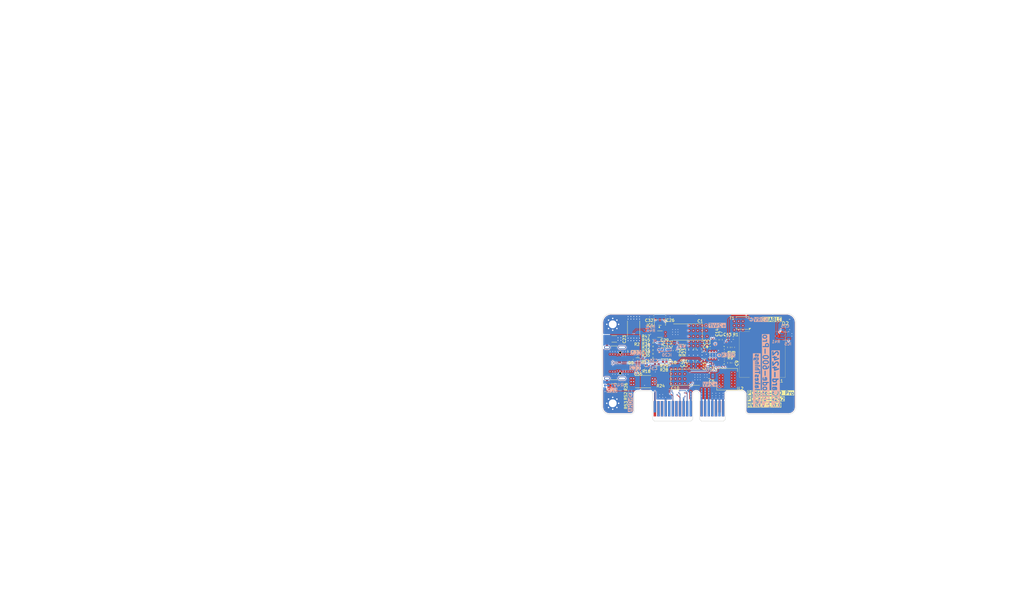
<source format=kicad_pcb>
(kicad_pcb (version 20241229) (generator "pcbnew") (generator_version "9.0")
  (layers (0 "F.Cu" signal "L1 (Sig, PWR)") (4 "In1.Cu" power "L2 (GND)") (6 "In2.Cu" signal "L3 (Sig)") (8 "In3.Cu" power "L4(PWR)") (10 "In4.Cu" power "L5(GND)") (2 "B.Cu" signal "L6 (SIG)") (13 "F.Paste" user) (15 "B.Paste" user) (5 "F.SilkS" user "F.Silkscreen") (7 "B.SilkS" user "B.Silkscreen") (1 "F.Mask" user) (3 "B.Mask" user) (25 "Edge.Cuts" user))
  (property "ASSEMBLY_NOTES" "ASSEMBLY NOTES")
  (property "BOARD_NAME" "PDCard-4242")
  (property "COMPANY" "DvidMakesThings")
  (property "DESIGNER" "David Sipos")
  (property "FABRICATION_NOTES" "FABRICATION NOTES")
  (property "GIT_HASH_PCB" "")
  (property "GIT_HASH_SCH" "")
  (property "GIT_URL" "")
  (property "PROJECT_NAME" "PDNode-600")
  (property "RELEASE_BODY_1.0.0" "")
  (property "RELEASE_BODY_1.0.1" "")
  (property "RELEASE_BODY_1.0.2" "")
  (property "RELEASE_BODY_1.1.0" "")
  (property "RELEASE_BODY_UNRELEASED" "")
  (property "RELEASE_DATE_NUM" "2026-02-25")
  (property "RELEASE_TITLE_1.0.0" "")
  (property "RELEASE_TITLE_1.0.1" "")
  (property "RELEASE_TITLE_1.0.2" "")
  (property "RELEASE_TITLE_1.1.0" "")
  (property "RELEASE_TITLE_UNRELEASED" "")
  (property "REVIEWER" "")
  (property "REVISION" "1.0.0")
  (property "SHEET_NAME_1" "Cover Page")
  (property "SHEET_NAME_10" "......................................")
  (property "SHEET_NAME_11" "......................................")
  (property "SHEET_NAME_12" "......................................")
  (property "SHEET_NAME_13" "......................................")
  (property "SHEET_NAME_14" "......................................")
  (property "SHEET_NAME_15" "......................................")
  (property "SHEET_NAME_16" "......................................")
  (property "SHEET_NAME_17" "......................................")
  (property "SHEET_NAME_18" "......................................")
  (property "SHEET_NAME_19" "......................................")
  (property "SHEET_NAME_2" "Block Diagram")
  (property "SHEET_NAME_20" "......................................")
  (property "SHEET_NAME_3" "Project Architecture")
  (property "SHEET_NAME_4" "USB-PD Source Controller")
  (property "SHEET_NAME_5" "Board Connector and Supplies")
  (property "SHEET_NAME_6" "Power - Sequencing")
  (property "SHEET_NAME_7" "Revision History")
  (property "SHEET_NAME_8" "......................................")
  (property "SHEET_NAME_9" "......................................")
  (property "VARIANT" "Pro")
  (net 0 "")
  (net 1 "+24V_FILTERED")
  (net 2 "GND")
  (net 3 "/Project Architecture/USB-PD Source Controller/PD_OUT")
  (net 4 "/Project Architecture/USB-PD Source Controller/VDRV")
  (net 5 "+5V")
  (net 6 "PGOOD_3V3")
  (net 7 "+3.3V")
  (net 8 "Net-(IC2-BST2)")
  (net 9 "Net-(C9-Pad2)")
  (net 10 "/Project Architecture/USB-PD Source Controller/PD_CC2")
  (net 11 "/Project Architecture/USB-PD Source Controller/USB_D+")
  (net 12 "/Project Architecture/USB-PD Source Controller/USB_D-")
  (net 13 "/Project Architecture/USB-PD Source Controller/PD_CC1")
  (net 14 "/Project Architecture/USB-PD Source Controller/I2C_SDA")
  (net 15 "/Project Architecture/USB-PD Source Controller/SW2")
  (net 16 "/Project Architecture/USB-PD Source Controller/PD_ENABLE")
  (net 17 "/Project Architecture/USB-PD Source Controller/SW1")
  (net 18 "Net-(IC2-BST1)")
  (net 19 "Net-(IC2-VCC)")
  (net 20 "Net-(IC2-ICOMP)")
  (net 21 "/Project Architecture/USB-PD Source Controller/PD_ATTACH")
  (net 22 "GND_USB")
  (net 23 "/Project Architecture/USB-PD Source Controller/VBUS")
  (net 24 "/Project Architecture/USB-PD Source Controller/CC1")
  (net 26 "/Project Architecture/USB-PD Source Controller/CC2")
  (net 28 "SHIELD")
  (net 29 "Net-(C8-Pad2)")
  (net 30 "/Project Architecture/USB-PD Source Controller/VBUS_MEA_P")
  (net 31 "/Project Architecture/Board Connector and Supplies/VBUS_VMON_PORT0")
  (net 32 "Net-(IC3-A0)")
  (net 33 "/Project Architecture/USB-PD Source Controller/VBUS_MEA_N")
  (net 34 "Net-(IC3-A1)")
  (net 35 "Net-(IC5-Y)")
  (net 36 "Net-(D2-Pad2)")
  (net 37 "Net-(C43-Pad1)")
  (net 38 "+24V")
  (net 39 "/Project Architecture/Board Connector and Supplies/SPI_MOSI")
  (net 40 "/Project Architecture/Board Connector and Supplies/SPI_CLK")
  (net 41 "/Project Architecture/Board Connector and Supplies/PD_IRQ")
  (net 42 "/Project Architecture/Board Connector and Supplies/PMIC_EN")
  (net 43 "/Project Architecture/Board Connector and Supplies/SPI_MISO")
  (net 44 "/Project Architecture/Board Connector and Supplies/SPI_CS")
  (net 45 "/Project Architecture/Board Connector and Supplies/PD_RESET")
  (net 46 "/Project Architecture/Board Connector and Supplies/PORT_EN")
  (net 47 "/Project Architecture/Board Connector and Supplies/PMIC_VMON_PORT0")
  (net 49 "Net-(D1-Pad2)")
  (net 50 "/Project Architecture/USB-PD Source Controller/ISEN+")
  (net 51 "/Project Architecture/USB-PD Source Controller/ISEN-")
  (net 52 "/Project Architecture/USB-PD Source Controller/I2C_SCL")
  (footprint "DS_Peripherals:SOT-23-8" (layer "F.Cu") (at 210.975 144.725 180)
    (property "Reference" "IC3")
    (property "Value" "INA219BIDCNT")
  )
  (footprint "DS_Connector:BUS_PCIexpress_x1" (layer "F.Cu") (at 208.25 160.175)
    (property "Reference" "J2" (hide yes))
    (property "Value" "PCIE EDGE CONNECTOR" (hide yes))
  )
  (footprint "DS_Resistor:R_0402_1005Metric" (layer "F.Cu") (at 207.72 144.385)
    (property "Reference" "R32")
    (property "Value" "10K 1%")
  )
  (footprint "DS_Resistor:R_0402_1005Metric" (layer "F.Cu") (at 205.437589 148.782757 180)
    (property "Reference" "R18")
    (property "Value" "2.2R 1%")
  )
  (footprint "DS_Vreg:SOT-23" (layer "F.Cu") (at 209.655 136.1625 90)
    (property "Reference" "IC1")
    (property "Value" "MCP1702T-3302E/CB")
  )
  (footprint "DS_Capacitor:C_0402_1005Metric" (layer "F.Cu") (at 228.17 140.5 180)
    (property "Reference" "C43")
    (property "Value" "1nF 50V")
  )
  (footprint "DS_Capacitor:C_0402_1005Metric" (layer "F.Cu") (at 211.255 134.625)
    (property "Reference" "C26")
    (property "Value" "1uF 50V")
  )
  (footprint "DS_Resistor:R_0402_1005Metric" (layer "F.Cu") (at 228.875 147.4 -90)
    (property "Reference" "R9")
    (property "Value" "0R 1%")
  )
  (footprint "DS_Resistor:R_0402_1005Metric" (layer "F.Cu") (at 201.375 157.825 -90)
    (property "Reference" "R53")
    (property "Value" "10K 1%")
  )
  (footprint "DS_Capacitor:C_0402_1005Metric" (layer "F.Cu") (at 210.995 147.025 180)
    (property "Reference" "C18")
    (property "Value" "100nF 50V")
  )
  (footprint "DS_Resistor:R_0402_1005Metric" (layer "F.Cu") (at 230.09 140.5 180)
    (property "Reference" "R1")
    (property "Value" "1R 1%")
  )
  (footprint "DS_Resistor:R_0402_1005Metric" (layer "F.Cu") (at 207.731332 143.338499 180)
    (property "Reference" "R34")
    (property "Value" "10K 1%")
  )
  (footprint "DS_Capacitor:C_0402_1005Metric" (layer "F.Cu") (at 230.05 147.425 -90)
    (property "Reference" "C9")
    (property "Value" "220nF 50V")
  )
  (footprint "DS_Capacitor:CP_EIA-7343-30_AVX-N" (layer "F.Cu") (at 217.075 138.825 180)
    (property "Reference" "C1")
    (property "Value" "100uF 25V")
  )
  (footprint "DS_Capacitor:C_0402_1005Metric" (layer "F.Cu") (at 207.955 134.625 180)
    (property "Reference" "C32")
    (property "Value" "100nF 50V")
  )
  (footprint "DS_Resistor:R_0402_1005Metric" (layer "F.Cu") (at 207.746389 141.282681)
    (property "Reference" "R47")
    (property "Value" "2.4K 1%")
  )
  (footprint "DS_Resistor:R_0402_1005Metric" (layer "F.Cu") (at 208.785 147.825)
    (property "Reference" "R29")
    (property "Value" "1R 1%")
  )
  (footprint "DS_Opto:LED_0402_1005Metric" (layer "F.Cu") (at 244.575 135.275 180)
    (property "Reference" "D2")
    (property "Value" "Blue")
  )
  (footprint "DS_Capacitor:C_0402_1005Metric" (layer "F.Cu") (at 203.42933 149.510488)
    (property "Reference" "C36")
    (property "Value" "390pF 50V")
  )
  (footprint "DS_Resistor:R_2512_6332Metric" (layer "F.Cu") (at 202.325 137.875 90)
    (property "Reference" "R2")
    (property "Value" "0.010R 1%")
  )
  (footprint "DS_Resistor:R_2512_6332Metric" (layer "F.Cu") (at 204.95 152.625 180)
    (property "Reference" "R24")
    (property "Value" "0.005R 1% 2W")
  )
  (footprint "DS_Resistor:R_0402_1005Metric" (layer "F.Cu") (at 228.875 143.1 90)
    (property "Reference" "R8")
    (property "Value" "0R 1%")
  )
  (footprint "DS_Inductor:7443551470" (layer "F.Cu") (at 238.099995 145.89999 -90)
    (property "Reference" "L1")
    (property "Value" "4.7uH 13A" (hide yes))
  )
  (footprint "MountingHole:MountingHole_2.2mm_M2_Pad_Via" (layer "F.Cu") (at 196.5 158.675)
    (property "Reference" "H1" (hide yes))
    (property "Value" "MountingHole_Pad")
  )
  (footprint "DS_Resistor:R_0402_1005Metric" (layer "F.Cu") (at 208.775 148.825)
    (property "Reference" "R28")
    (property "Value" "1R 1%")
  )
  (footprint "DS_Capacitor:C_0402_1005Metric" (layer "F.Cu") (at 226.653704 140.980223 90)
    (property "Reference" "C7")
    (property "Value" "2.2uF 25V")
  )
  (footprint "DS_Capacitor:C_0805_2012Metric" (layer "F.Cu") (at 223.425 151.025 180)
    (property "Reference" "C5")
    (property "Value" "4.7uF 50V")
  )
  (footprint "DS_Peripherals:QFN-22_4X5mm" (layer "F.Cu") (at 225.6 145.285)
    (property "Reference" "IC2")
    (property "Value" "MPQ4242GVE-0001-AEC1-P" (hide yes))
  )
  (footprint "DS_Capacitor:C_0402_1005Metric" (layer "F.Cu") (at 222.05 144.37 -90)
    (property "Reference" "C4")
    (property "Value" "100nF 50V")
  )
  (footprint "DS_Resistor:R_0402_1005Metric" (layer "F.Cu") (at 207.712977 146.513118 180)
    (property "Reference" "R35")
    (property "Value" "10K 1%")
  )
  (footprint "DS_Resistor:R_0402_1005Metric" (layer "F.Cu") (at 207.736548 142.325)
    (property "Reference" "R45")
    (property "Value" "2.4K 1%")
  )
  (footprint "DS_Resistor:R_0402_1005Metric" (layer "F.Cu") (at 201.375 155.825 -90)
    (property "Reference" "R52")
    (property "Value" "90.9K 1%")
  )
  (footprint "DS_Capacitor:C_0402_1005Metric" (layer "F.Cu") (at 230.075 143.084791 90)
    (property "Reference" "C8")
    (property "Value" "220nF 50V")
  )
  (footprint "DS_FET:Diodes_PowerDI3333-8" (layer "F.Cu") (at 232.7125 136.2925 180)
    (property "Reference" "T1")
    (property "Value" "DMN4008LFG-7")
  )
  (footprint "DS_Inductor:5.5x5.3mm_XAL5030-222MEC" (layer "F.Cu") (at 228.225 151.975)
    (property "Reference" "L2")
    (property "Value" "2.2uH 9.7A")
  )
  (footprint "DS_Resistor:R_0402_1005Metric" (layer "F.Cu") (at 205.444586 146.130735 180)
    (property "Reference" "R17")
    (property "Value" "2.2R 1%")
  )
  (footprint "DS_Resistor:R_0402_1005Metric" (layer "F.Cu") (at 215.434898 142.332091 -90)
    (property "Reference" "R20")
    (property "Value" "100K 1%")
  )
  (footprint "MountingHole:MountingHole_2.2mm_M2_Pad_Via" (layer "F.Cu") (at 196.5 136.675)
    (property "Reference" "H2" (hide yes))
    (property "Value" "MountingHole_Pad")
  )
  (footprint "DS_Capacitor:C_0402_1005Metric" (layer "F.Cu") (at 213.72 143.985 -90)
    (property "Reference" "C41")
    (property "Value" "100nF 50V")
  )
  (footprint "DS_Capacitor:C_0402_1005Metric" (layer "F.Cu") (at 203.46 145.375)
    (property "Reference" "C37")
    (property "Value" "390pF 50V")
  )
  (footprint "DS_Capacitor:C_1206_3216Metric" (layer "F.Cu") (at 209.655 139.425 180)
    (property "Reference" "C29")
    (property "Value" "10uF 50V")
  )
  (footprint "DS_Resistor:R_0402_1005Metric" (layer "F.Cu") (at 207.71898 145.442742)
    (property "Reference" "R33")
    (property "Value" "10K 1%")
  )
  (footprint "DS_Diode:USON10_2.5x1" (layer "F.Cu") (at 203.4425 147.425)
    (property "Reference" "D5")
    (property "Value" "TPD4EUSB30DQAR")
  )
  (footprint "DS_Resistor:R_0402_1005Metric" (layer "F.Cu") (at 216.475 142.335 -90)
    (property "Reference" "R23")
    (property "Value" "100K 1%")
  )
  (footprint "DS_Capacitor:C_0402_1005Metric" (layer "F.Cu") (at 225.616864 140.980223 90)
    (property "Reference" "C14")
    (property "Value" "470pF 50V")
  )
  (footprint "DS_Connector:USB_C_Receptacle_HCTL_HC-TYPE-C-16P-01A" (layer "F.Cu") (at 195.98 147.425 -90)
    (property "Reference" "J1" (hide yes))
    (property "Value" "USB-TYPE-C-018")
  )
  (footprint "DS_Capacitor:C_0805_2012Metric" (layer "F.Cu") (at 218.3625 147.07 90)
    (property "Reference" "C40")
    (property "Value" "10uF 50V")
  )
  (footprint "DS_Capacitor:CP_EIA-7343-30_AVX-N" (layer "F.Cu") (at 217.0625 151.42)
    (property "Reference" "C10")
    (property "Value" "100uF 25V")
  )
  (footprint "DS_Capacitor:C_0402_1005Metric" (layer "F.Cu") (at 222.05 146.275 90)
    (property "Reference" "C15")
    (property "Value" "100nF 50V")
  )
  (footprint "DS_Capacitor:C_0805_2012Metric" (layer "F.Cu") (at 220.45 143.57 -90)
    (property "Reference" "C2")
    (property "Value" "4.7uF 50V")
  )
  (footprint "DS_Capacitor:C_0805_2012Metric" (layer "F.Cu") (at 220.4625 147.07 90)
    (property "Reference" "C24")
    (property "Value" "10uF 50V")
  )
  (footprint "DS_Capacitor:C_1206_3216Metric" (layer "F.Cu") (at 196.93 140.725 180)
    (property "Reference" "C23")
    (property "Value" "1nF 2kV")
  )
  (footprint "DS_Resistor:R_1206_3216Metric" (layer "F.Cu") (at 197.055 154.125 180)
    (property "Reference" "R26")
    (property "Value" "1M 1%")
  )
  (footprint "DS_Capacitor:C_0805_2012Metric" (layer "F.Cu") (at 218.354784 143.567674 -90)
    (property "Reference" "C3")
    (property "Value" "4.7uF 50V")
  )
  (footprint "DS_Test:TestPoint_0.6mm" (layer "B.Cu") (at 208.275 152.625 180)
    (property "Reference" "PDOUT1" (hide yes))
    (property "Value" "~")
  )
  (footprint "DS_Test:TestPoint_0.6mm" (layer "B.Cu") (at 205.075 144.625 180)
    (property "Reference" "CC1" (hide yes))
    (property "Value" "~")
  )
  (footprint "DS_Opto:LED_0402_1005Metric" (layer "B.Cu") (at 194.375 154.21 90)
    (property "Reference" "D1" (hide yes))
    (property "Value" "Green")
  )
  (footprint "DS_Capacitor:C_0402_1005Metric" (layer "B.Cu") (at 213.675 142.325 -90)
    (property "Reference" "C31")
    (property "Value" "100nF 50V")
  )
  (footprint "DS_Test:TestPoint_0.6mm" (layer "B.Cu") (at 201.425 156.325 180)
    (property "Reference" "VMON1" (hide yes))
    (property "Value" "~")
  )
  (footprint "DS_Test:TestPoint_0.6mm" (layer "B.Cu") (at 203.075 150.125 180)
    (property "Reference" "CC2" (hide yes))
    (property "Value" "~")
  )
  (footprint "DS_Resistor:R_0402_1005Metric" (layer "B.Cu") (at 195.875 153.725)
    (property "Reference" "R49")
    (property "Value" "1K 1%")
  )
  (footprint "DS_Test:TestPoint_0.6mm" (layer "B.Cu") (at 226.225 153.975 180)
    (property "Reference" "V24" (hide yes))
    (property "Value" "~")
  )
  (footprint "DS_Capacitor:C_0805_2012Metric" (layer "B.Cu") (at 223.425 151.025 180)
    (property "Reference" "C6")
    (property "Value" "4.7uF 50V")
  )
  (footprint "DS_Test:TestPoint_0.6mm" (layer "B.Cu") (at 235.075 135.325 180)
    (property "Reference" "VDRV1" (hide yes))
    (property "Value" "~")
  )
  (footprint "DS_Test:TestPoint_0.6mm" (layer "B.Cu") (at 226.125 145.275 180)
    (property "Reference" "PDEN1" (hide yes))
    (property "Value" "~")
  )
  (footprint "DS_Capacitor:C_0402_1005Metric" (layer "B.Cu") (at 206.075 146.405 90)
    (property "Reference" "C35")
    (property "Value" "1nF 50V")
  )
  (footprint "DS_Test:TestPoint_0.6mm" (layer "B.Cu") (at 225.075 142.125 180)
    (property "Reference" "PDAT1" (hide yes))
    (property "Value" "~")
  )
  (footprint "DS_Resistor:R_0402_1005Metric" (layer "B.Cu") (at 205.825 137.375)
    (property "Reference" "R3")
    (property "Value" "1R 1%")
  )
  (footprint "DS_Capacitor:C_0402_1005Metric" (layer "B.Cu") (at 244.605 138.165001)
    (property "Reference" "C25")
    (property "Value" "100nF 50V")
  )
  (footprint "DS_Capacitor:C_0402_1005Metric" (layer "B.Cu") (at 206.075 148.505 -90)
    (property "Reference" "C34")
    (property "Value" "1nF 50V")
  )
  (footprint "Package_TO_SOT_SMD:SOT-23-5" (layer "B.Cu") (at 210.9375 142.775)
    (property "Reference" "IC20")
    (property "Value" "24AA02E-OT")
  )
  (footprint "DS_Test:TestPoint_0.6mm" (layer "B.Cu") (at 222.525 136.975 180)
    (property "Reference" "V24F1" (hide yes))
    (property "Value" "~")
  )
  (footprint "DS_Peripherals:SOT-363_SC-70-6" (layer "B.Cu") (at 244.605 139.965001 180)
    (property "Reference" "IC5")
    (property "Value" "SN74LVC1G97QDCKRQ1")
  )
  (footprint "DS_Resistor:R_0402_1005Metric" (layer "B.Cu") (at 205.825 138.325)
    (property "Reference" "R4")
    (property "Value" "1R 1%")
  )
  (footprint "DS_Resistor:R_0402_1005Metric" (layer "B.Cu") (at 242.205 139.965001 90)
    (property "Reference" "R41")
    (property "Value" "1K 1%")
  )
  (gr_arc (start 232.495098 155.204926) (mid 233.205367 155.496077) (end 233.5 156.204914) (stroke (width 0.1)) (layer "Edge.Cuts"))
  (gr_line (start 207.6 155.725) (end 207.1 155.225) (stroke (width 0.1)) (layer "Edge.Cuts"))
  (gr_line (start 195.575 161.7) (end 201.5 161.7) (stroke (width 0.1)) (layer "Edge.Cuts"))
  (gr_line (start 220.7 163.125) (end 220.7 156.175) (stroke (width 0.1)) (layer "Edge.Cuts"))
  (gr_line (start 227.4 163.625) (end 221.2 163.625) (stroke (width 0.1)) (layer "Edge.Cuts"))
  (gr_line (start 232.495098 155.204926) (end 228.4 155.225) (stroke (width 0.1)) (layer "Edge.Cuts"))
  (gr_line (start 218.8 156.175) (end 218.8 163.125) (stroke (width 0.1)) (layer "Edge.Cuts"))
  (gr_arc (start 202.5 160.7) (mid 202.207107 161.407107) (end 201.5 161.7) (stroke (width 0.1)) (layer "Edge.Cuts"))
  (gr_arc (start 247.5 159.7) (mid 246.914214 161.114214) (end 245.5 161.7) (stroke (width 0.1)) (layer "Edge.Cuts"))
  (gr_line (start 196.075 133.7) (end 245 133.7) (stroke (width 0.1)) (layer "Edge.Cuts"))
  (gr_line (start 227.9 163.125) (end 227.9 155.725) (stroke (width 0.1)) (layer "Edge.Cuts"))
  (gr_arc (start 234.5 161.7) (mid 233.792893 161.407107) (end 233.5 160.7) (stroke (width 0.1)) (layer "Edge.Cuts"))
  (gr_arc (start 202.5 156.20545) (mid 202.7948 155.496392) (end 203.505435 155.205464) (stroke (width 0.1)) (layer "Edge.Cuts"))
  (gr_line (start 227.9 155.725) (end 228.4 155.225) (stroke (width 0.1)) (layer "Edge.Cuts"))
  (gr_arc (start 195.575 161.7) (mid 194.160786 161.114214) (end 193.575 159.7) (stroke (width 0.1)) (layer "Edge.Cuts"))
  (gr_line (start 218.8 163.125) (end 218.3 163.625) (stroke (width 0.1)) (layer "Edge.Cuts"))
  (gr_line (start 203.505435 155.205464) (end 207.1 155.225) (stroke (width 0.1)) (layer "Edge.Cuts"))
  (gr_arc (start 245 133.7) (mid 246.767767 134.432233) (end 247.5 136.2) (stroke (width 0.1)) (layer "Edge.Cuts"))
  (gr_line (start 193.575 159.7) (end 193.575 136.2) (stroke (width 0.1)) (layer "Edge.Cuts"))
  (gr_line (start 247.5 136.2) (end 247.5 159.7) (stroke (width 0.1)) (layer "Edge.Cuts"))
  (gr_line (start 218.3 163.625) (end 208.1 163.625) (stroke (width 0.1)) (layer "Edge.Cuts"))
  (gr_line (start 245.5 161.7) (end 234.5 161.7) (stroke (width 0.1)) (layer "Edge.Cuts"))
  (gr_arc (start 218.8 156.175) (mid 219.078249 155.503249) (end 219.75 155.225) (stroke (width 0.1)) (layer "Edge.Cuts"))
  (gr_arc (start 193.575 136.2) (mid 194.307233 134.432233) (end 196.075 133.7) (stroke (width 0.1)) (layer "Edge.Cuts"))
  (gr_line (start 202.5 160.7) (end 202.5 156.20545) (stroke (width 0.1)) (layer "Edge.Cuts"))
  (gr_line (start 227.9 163.125) (end 227.4 163.625) (stroke (width 0.1)) (layer "Edge.Cuts"))
  (gr_line (start 208.1 163.625) (end 207.6 163.125) (stroke (width 0.1)) (layer "Edge.Cuts"))
  (gr_line (start 221.2 163.625) (end 220.7 163.125) (stroke (width 0.1)) (layer "Edge.Cuts"))
  (gr_line (start 207.6 163.125) (end 207.6 155.725) (stroke (width 0.1)) (layer "Edge.Cuts"))
  (gr_arc (start 219.75 155.225) (mid 220.421751 155.503249) (end 220.7 156.175) (stroke (width 0.1)) (layer "Edge.Cuts"))
  (gr_line (start 233.5 160.7) (end 233.5 156.204914) (stroke (width 0.1)) (layer "Edge.Cuts"))
  (gr_text "HWREV 1.0.0" (at 233.8 159.8 0) (layer "F.SilkS" knockout) (effects (font (size 1 1) (thickness 0.2) (bold yes)) (justify left bottom)))
  (gr_text "ENABLE" (at 237.9 135.925 0) (layer "F.SilkS" knockout) (effects (font (size 1 1) (thickness 0.2) (bold yes)) (justify left bottom)))
  (gr_text "PDNode-600 Pro" (at 233.8 156.4 0) (layer "F.SilkS" knockout) (effects (font (size 1 1) (thickness 0.2) (bold yes)) (justify left bottom)))
  (gr_text "PDCard-4242" (at 233.775 158.1 0) (layer "F.SilkS" knockout) (effects (font (size 1 1) (thickness 0.2) (bold yes)) (justify left bottom)))
  (gr_text "+24VF" (at 228.175 137.625 0) (layer "B.SilkS" knockout) (effects (font (size 1 1)) (justify left bottom mirror)))
  (gr_text "VMON" (at 200.775 161.1 270) (layer "B.SilkS" knockout) (effects (font (size 1 1)) (justify left bottom mirror)))
  (gr_text "DvidMakesThings" (at 236.075 144.625 270) (layer "B.SilkS" knockout) (effects (font (size 1.2 1.2) (thickness 0.3) (bold yes)) (justify right bottom mirror)))
  (gr_text "OEN" (at 197.875 155.675 0) (layer "B.SilkS" knockout) (effects (font (size 1 1)) (justify left bottom mirror)))
  (gr_text "CC2" (at 204.25 149.425 0) (layer "B.SilkS" knockout) (effects (font (size 1 1)) (justify left bottom mirror)))
  (gr_text "CC1" (at 204.55 145.2 0) (layer "B.SilkS" knockout) (effects (font (size 1 1)) (justify left bottom mirror)))
  (gr_text "VDRV" (at 239.725 135.95 0) (layer "B.SilkS" knockout) (effects (font (size 1 1)) (justify left bottom mirror)))
  (gr_text "PDCard-4242" (at 240.9 160 270) (layer "B.SilkS" knockout) (effects (font (size 1.5 1.5) (thickness 0.4) (bold yes)) (justify left bottom mirror)))
  (gr_text "+24V" (at 225.775 154.025 0) (layer "B.SilkS" knockout) (effects (font (size 1 1)) (justify left bottom mirror)))
  (gr_text "PDNode-600-Pro" (at 238.175 139.25 270) (layer "B.SilkS" knockout) (effects (font (size 1.5 1.5) (thickness 0.3) (bold yes)) (justify right bottom mirror)))
  (gr_text "PDEN" (at 230.775 145.825 0) (layer "B.SilkS" knockout) (effects (font (size 1 1)) (justify left bottom mirror)))
  (segment (start 220.367674 142.617674) (end 218.354784 142.617674) (width 0.174) (layer "F.Cu") (net 1))
  (segment (start 220.45 142.62) (end 220.45 139.08) (width 0.174) (layer "F.Cu") (net 1))
  (segment (start 222.04 143.89) (end 220.77 142.62) (width 0.174) (layer "F.Cu") (net 1))
  (segment (start 220.37 142.62) (end 220.367674 142.617674) (width 0.174) (layer "F.Cu") (net 1))
  (segment (start 222.145 143.985) (end 222.05 143.89) (width 0.174) (layer "F.Cu") (net 1))
  (segment (start 223.375 138.825) (end 220.195 138.825) (width 0.2) (layer "F.Cu") (net 1))
  (segment (start 220.77 142.62) (end 220.45 142.62) (width 0.174) (layer "F.Cu") (net 1))
  (segment (start 232.26875 136.291144) (end 225.908856 136.291144) (width 0.2) (layer "F.Cu") (net 1))
  (segment (start 224.35 143.985) (end 222.145 143.985) (width 0.174) (layer "F.Cu") (net 1))
  (segment (start 220.45 142.62) (end 220.37 142.62) (width 0.174) (layer "F.Cu") (net 1))
  (segment (start 222.05 143.89) (end 222.04 143.89) (width 0.174) (layer "F.Cu") (net 1))
  (segment (start 225.908856 136.291144) (end 223.375 138.825) (width 0.2) (layer "F.Cu") (net 1))
  (segment (start 220.45 139.08) (end 220.195 138.825) (width 0.174) (layer "F.Cu") (net 1))
  (via (at 218.975 142.625) (size 0.5) (drill 0.25) (layers "F.Cu" "B.Cu") (net 1))
  (via (at 230.51433 150.07936) (size 0.4) (drill 0.2) (layers "F.Cu" "B.Cu") (net 1))
  (via (at 230.51433 153.97936) (size 0.4) (drill 0.2) (layers "F.Cu" "B.Cu") (net 1))
  (via (at 229.61433 153.12936) (size 0.4) (drill 0.2) (layers "F.Cu" "B.Cu") (net 1))
  (via (at 221.375 141.425) (size 0.5) (drill 0.25) (layers "F.Cu" "B.Cu") (net 1))
  (via (at 218.975 140.025) (size 0.5) (drill 0.25) (layers "F.Cu" "B.Cu") (net 1))
  (via (at 217.775 138.425) (size 0.5) (drill 0.25) (layers "F.Cu" "B.Cu") (net 1))
  (via (at 230.375 135.825) (size 0.5) (drill 0.25) (layers "F.Cu" "B.Cu") (net 1))
  (via (at 229.61433 152.37936) (size 0.4) (drill 0.2) (layers "F.Cu" "B.Cu") (net 1))
  (via (at 221.375 138.425) (size 0.5) (drill 0.25) (layers "F.Cu" "B.Cu") (net 1))
  (via (at 231.575 137.025) (size 0.5) (drill 0.25) (layers "F.Cu" "B.Cu") (net 1))
  (via (at 230.51433 152.37936) (size 0.4) (drill 0.2) (layers "F.Cu" "B.Cu") (net 1))
  (via (at 217.775 140.025) (size 0.5) (drill 0.25) (layers "F.Cu" "B.Cu") (net 1))
  (via (at 220.175 142.625) (size 0.5) (drill 0.25) (layers "F.Cu" "B.Cu") (net 1))
  (via (at 230.375 138.225) (size 0.5) (drill 0.25) (layers "F.Cu" "B.Cu") (net 1))
  (via (at 222.775 141.425) (size 0.5) (drill 0.25) (layers "F.Cu" "B.Cu") (net 1))
  (via (at 222.575 137.025) (size 0.5) (drill 0.25) (layers "F.Cu" "B.Cu") (net 1))
  (via (at 221.375 137.025) (size 0.5) (drill 0.25) (layers "F.Cu" "B.Cu") (net 1))
  (via (at 229.61433 153.97936) (size 0.4) (drill 0.2) (layers "F.Cu" "B.Cu") (net 1))
  (via (at 223.55 144.225) (size 0.5) (drill 0.25) (layers "F.Cu" "B.Cu") (net 1))
  (via (at 230.51433 150.82936) (size 0.4) (drill 0.2) (layers "F.Cu" "B.Cu") (net 1))
  (via (at 224.35 144.225) (size 0.5) (drill 0.25) (layers "F.Cu" "B.Cu") (net 1))
  (via (at 225.15 144.225) (size 0.5) (drill 0.25) (layers "F.Cu" "B.Cu") (net 1))
  (via (at 218.975 137.025) (size 0.5) (drill 0.25) (layers "F.Cu" "B.Cu") (net 1))
  (via (at 218.975 138.425) (size 0.5) (drill 0.25) (layers "F.Cu" "B.Cu") (net 1))
  (via (at 229.61433 150.07936) (size 0.4) (drill 0.2) (layers "F.Cu" "B.Cu") (net 1))
  (via (at 230.51433 151.62936) (size 0.4) (drill 0.2) (layers "F.Cu" "B.Cu") (net 1))
  (via (at 231.575 138.225) (size 0.5) (drill 0.25) (layers "F.Cu" "B.Cu") (net 1))
  (via (at 217.775 142.625) (size 0.5) (drill 0.25) (layers "F.Cu" "B.Cu") (net 1))
  (via (at 217.775 137.025) (size 0.5) (drill 0.25) (layers "F.Cu" "B.Cu") (net 1))
  (via (at 222.775 140.025) (size 0.5) (drill 0.25) (layers "F.Cu" "B.Cu") (net 1))
  (via (at 232.775 135.825) (size 0.5) (drill 0.25) (layers "F.Cu" "B.Cu") (net 1))
  (via (at 220.175 138.425) (size 0.5) (drill 0.25) (layers "F.Cu" "B.Cu") (net 1))
  (via (at 231.575 135.825) (size 0.5) (drill 0.25) (layers "F.Cu" "B.Cu") (net 1))
  (via (at 229.61433 150.82936) (size 0.4) (drill 0.2) (layers "F.Cu" "B.Cu") (net 1))
  (via (at 218.975 141.425) (size 0.5) (drill 0.25) (layers "F.Cu" "B.Cu") (net 1))
  (via (at 232.775 138.225) (size 0.5) (drill 0.25) (layers "F.Cu" "B.Cu") (net 1))
  (via (at 222.575 138.425) (size 0.5) (drill 0.25) (layers "F.Cu" "B.Cu") (net 1))
  (via (at 220.175 141.425) (size 0.5) (drill 0.25) (layers "F.Cu" "B.Cu") (net 1))
  (via (at 217.775 141.425) (size 0.5) (drill 0.25) (layers "F.Cu" "B.Cu") (net 1))
  (via (at 220.175 140.025) (size 0.5) (drill 0.25) (layers "F.Cu" "B.Cu") (net 1))
  (via (at 221.375 140.025) (size 0.5) (drill 0.25) (layers "F.Cu" "B.Cu") (net 1))
  (via (at 222.775 142.625) (size 0.5) (drill 0.25) (layers "F.Cu" "B.Cu") (net 1))
  (via (at 232.775 137.025) (size 0.5) (drill 0.25) (layers "F.Cu" "B.Cu") (net 1))
  (via (at 221.375 142.625) (size 0.5) (drill 0.25) (layers "F.Cu" "B.Cu") (net 1))
  (via (at 220.175 137.025) (size 0.5) (drill 0.25) (layers "F.Cu" "B.Cu") (net 1))
  (via (at 230.51433 153.12936) (size 0.4) (drill 0.2) (layers "F.Cu" "B.Cu") (net 1))
  (via (at 230.375 137.025) (size 0.5) (drill 0.25) (layers "F.Cu" "B.Cu") (net 1))
  (via (at 229.61433 151.62936) (size 0.4) (drill 0.2) (layers "F.Cu" "B.Cu") (net 1))
  (via (at 222.049507 143.888189) (size 0.5) (drill 0.25) (layers "F.Cu" "B.Cu") (net 1))
  (segment (start 213.98 138.82) (end 213.975 138.825) (width 0.5) (layer "F.Cu") (net 2))
  (segment (start 214.535 144.465) (end 214.575 144.425) (width 0.2) (layer "F.Cu") (net 2))
  (segment (start 213.655 144.4) (end 213.72 144.465) (width 0.2) (layer "F.Cu") (net 2))
  (segment (start 224.25 155.876676) (end 224.246455 155.873131) (width 0.5) (layer "F.Cu") (net 2))
  (segment (start 225.616864 139.733136) (end 225.625 139.725) (width 0.4) (layer "F.Cu") (net 2))
  (segment (start 220.45 146.1075) (end 220.4625 146.12) (width 0.174) (layer "F.Cu") (net 2))
  (segment (start 213.9825 138.82) (end 213.98 138.82) (width 0.5) (layer "F.Cu") (net 2))
  (segment (start 208.18 139.425) (end 207.075 139.425) (width 0.5) (layer "F.Cu") (net 2))
  (segment (start 208.705 137.1) (end 207.95 137.1) (width 0.5) (layer "F.Cu") (net 2))
  (segment (start 225.616864 140.500223) (end 225.616864 139.733136) (width 0.4) (layer "F.Cu") (net 2))
  (segment (start 225.25 155.876676) (end 225.246455 155.873131) (width 0.5) (layer "F.Cu") (net 2))
  (segment (start 220.45 144.52) (end 220.45 146.1075) (width 0.174) (layer "F.Cu") (net 2))
  (segment (start 204.560488 149.510488) (end 204.575 149.525) (width 0.174) (layer "F.Cu") (net 2))
  (segment (start 207.475 134.625) (end 206.775 134.625) (width 0.5) (layer "F.Cu") (net 2))
  (segment (start 207.114859 146.425) (end 207.202977 146.513118) (width 0.2) (layer "F.Cu") (net 2))
  (segment (start 224.35 145.285) (end 218.364784 145.285) (width 0.1486) (layer "F.Cu") (net 2))
  (segment (start 226.653704 140.500223) (end 226.653704 139.753704) (width 0.4) (layer "F.Cu") (net 2))
  (segment (start 206.588499 143.338499) (end 206.575 143.325) (width 0.2) (layer "F.Cu") (net 2))
  (segment (start 218.354784 146.112284) (end 218.3625 146.12) (width 0.174) (layer "F.Cu") (net 2))
  (segment (start 224.35 145.285) (end 224.35 145.025) (width 0.1486) (layer "F.Cu") (net 2))
  (segment (start 224.25 160.175) (end 224.25 157.775) (width 0.5) (layer "F.Cu") (net 2))
  (segment (start 227.25 160.175) (end 227.25 155.876676) (width 0.5) (layer "F.Cu") (net 2))
  (segment (start 218.364784 145.285) (end 218.354784 145.275) (width 0.1486) (layer "F.Cu") (net 2))
  (segment (start 227.69 139.74) (end 227.675 139.725) (width 0.4) (layer "F.Cu") (net 2))
  (segment (start 213.72 144.465) (end 214.535 144.465) (width 0.2) (layer "F.Cu") (net 2))
  (segment (start 211.25 157.025) (end 211.25 160.175) (width 0.5) (layer "F.Cu") (net 2))
  (segment (start 201.375 158.335) (end 201.375 159.125) (width 0.2) (layer "F.Cu") (net 2))
  (segment (start 203.375 147.425) (end 203.475 147.425) (width 0.174) (layer "F.Cu") (net 2))
  (segment (start 226.68275 142.183) (end 227.267 142.183) (width 0.2) (layer "F.Cu") (net 2))
  (segment (start 226.5925 142.27325) (end 226.68275 142.183) (width 0.2) (layer "F.Cu") (net 2))
  (segment (start 225.25 160.175) (end 225.25 157.05) (width 0.5) (layer "F.Cu") (net 2))
  (segment (start 220.18 151.42) (end 220.175 151.425) (width 0.5) (layer "F.Cu") (net 2))
  (segment (start 220.1825 151.42) (end 220.18 151.42) (width 0.5) (layer "F.Cu") (net 2))
  (segment (start 208.705 137.1) (end 208.705 138.9) (width 0.5) (layer "F.Cu") (net 2))
  (segment (start 245.06 135.275) (end 245.875 135.275) (width 0.5) (layer "F.Cu") (net 2))
  (segment (start 226.25 155.876676) (end 226.246455 155.873131) (width 0.5) (layer "F.Cu") (net 2))
  (segment (start 201.375 158.335) (end 200.585 158.335) (width 0.2) (layer "F.Cu") (net 2))
  (segment (start 208.705 138.9) (end 208.18 139.425) (width 0.5) (layer "F.Cu") (net 2))
  (segment (start 222.05 144.85) (end 222.05 145.795) (width 0.174) (layer "F.Cu") (net 2))
  (segment (start 210.425 157.025) (end 210.425 156.225) (width 0.4) (layer "F.Cu") (net 2))
  (segment (start 218.354784 144.517674) (end 218.354784 145.275) (width 0.174) (layer "F.Cu") (net 2))
  (segment (start 226.25 159.625) (end 226.25 155.876676) (width 0.5) (layer "F.Cu") (net 2))
  (segment (start 203.025 147.425) (end 203.375 147.425) (width 0.174) (layer "F.Cu") (net 2))
  (segment (start 203.375 147.425) (end 203.86 147.425) (width 0.174) (layer "F.Cu") (net 2))
  (segment (start 227.25 155.876676) (end 227.246455 155.873131) (width 0.5) (layer "F.Cu") (net 2))
  (segment (start 226.25 159.625) (end 226.25 157.05) (width 0.5) (layer "F.Cu") (net 2))
  (segment (start 211.25 157.025) (end 209.575 157.025) (width 0.5) (layer "F.Cu") (net 2))
  (segment (start 226.5925 142.959) (end 226.5925 142.27325) (width 0.2) (layer "F.Cu") (net 2))
  (segment (start 224.25 157.775) (end 224.25 157.05) (width 0.5) (layer "F.Cu") (net 2))
  (segment (start 226.653704 139.753704) (end 226.625 139.725) (width 0.4) (layer "F.Cu") (net 2))
  (segment (start 227.267 142.183) (end 227.575 141.875) (width 0.2) (layer "F.Cu") (net 2))
  (segment (start 218.354784 145.275) (end 218.354784 146.112284) (width 0.174) (layer "F.Cu") (net 2))
  (segment (start 207.95 137.1) (end 207.875 137.025) (width 0.5) (layer "F.Cu") (net 2))
  (segment (start 227.25 160.175) (end 227.25 157.05) (width 0.5) (layer "F.Cu") (net 2))
  (segment (start 224.25 157.775) (end 224.25 155.876676) (width 0.5) (layer "F.Cu") (net 2))
  (segment (start 200.585 158.335) (end 200.575 158.325) (width 0.2) (layer "F.Cu") (net 2))
  (segment (start 204.625 145.375) (end 204.675 145.325) (width 0.174) (layer "F.Cu") (net 2))
  (segment (start 209.575 157.025) (end 209.575 156.275) (width 0.5) (layer "F.Cu") (net 2))
  (segment (start 207.221332 143.338499) (end 206.588499 143.338499) (width 0.2) (layer "F.Cu") (net 2))
  (segment (start 203.90933 149.510488) (end 204.560488 149.510488) (width 0.174) (layer "F.Cu") (net 2))
  (segment (start 207.075 146.425) (end 207.114859 146.425) (width 0.2) (layer "F.Cu") (net 2))
  (segment (start 211.735 134.625) (end 212.475 134.625) (width 0.5) (layer "F.Cu") (net 2))
  (segment (start 203.94 145.375) (end 204.625 145.375) (width 0.174) (layer "F.Cu") (net 2))
  (segment (start 225.25 160.175) (end 225.25 155.876676) (width 0.5) (layer "F.Cu") (net 2))
  (segment (start 212.1125 144.4) (end 213.655 144.4) (width 0.2) (layer "F.Cu") (net 2))
  (segment (start 227.69 140.5) (end 227.69 139.74) (width 0.4) (layer "F.Cu") (net 2))
  (via (at 213.175 138.125) (size 0.4) (drill 0.2) (layers "F.Cu" "B.Cu") (net 2))
  (via (at 212.475 134.625) (size 0.4) (drill 0.2) (layers "F.Cu" "B.Cu") (net 2))
  (via (at 220.075 146.725) (size 0.5) (drill 0.25) (layers "F.Cu" "B.Cu") (net 2))
  (via (at 213.975 138.825) (size 0.4) (drill 0.2) (layers "F.Cu" "B.Cu") (net 2))
  (via (at 201.375 159.125) (size 0.4) (drill 0.2) (layers "F.Cu" "B.Cu") (net 2))
  (via (at 205.375 153.675) (size 0.4) (drill 0.2) (layers "F.Cu" "B.Cu") (net 2))
  (via (at 220.875 150.725) (size 0.4) (drill 0.2) (layers "F.Cu" "B.Cu") (net 2))
  (via (at 203.975 134.525) (size 0.5) (drill 0.25) (layers "F.Cu" "B.Cu") (net 2))
  (via (at 224.246455 157.223131) (size 0.4) (drill 0.2) (layers "F.Cu" "B.Cu") (net 2))
  (via (at 200.775 135.225) (size 0.5) (drill 0.25) (layers "F.Cu" "B.Cu") (net 2))
  (via (at 227.575 141.875) (size 0.4) (drill 0.2) (layers "F.Cu" "B.Cu") (net 2))
  (via (at 209.575 157.025) (size 0.4) (drill 0.2) (layers "F.Cu" "B.Cu") (net 2))
  (via (at 203.475 147.425) (size 0.4) (drill 0.2) (layers "F.Cu" "B.Cu") (net 2))
  (via (at 206.075 145.325) (size 0.4) (drill 0.2) (layers "F.Cu" "B.Cu") (net 2))
  (via (at 220.875 151.425) (size 0.4) (drill 0.2) (layers "F.Cu" "B.Cu") (net 2))
  (via (at 200.775 134.525) (size 0.5) (drill 0.25) (layers "F.Cu" "B.Cu") (net 2))
  (via (at 202.375 134.525) (size 0.5) (drill 0.25) (layers "F.Cu" "B.Cu") (net 2))
  (via (at 214.475 142.825) (size 0.4) (drill 0.2) (layers "F.Cu" "B.Cu") (net 2))
  (via (at 207.075 139.425) (size 0.4) (drill 0.2) (layers "F.Cu" "B.Cu") (net 2))
  (via (at 220.875 152.125) (size 0.4) (drill 0.2) (layers "F.Cu" "B.Cu") (net 2))
  (via (at 221.373351 146.160617) (size 0.5) (drill 0.25) (layers "F.Cu" "B.Cu") (net 2))
  (via (at 225.246455 157.223131) (size 0.4) (drill 0.2) (layers "F.Cu" "B.Cu") (net 2))
  (via (at 226.625 139.725) (size 0.4) (drill 0.2) (layers "F.Cu" "B.Cu") (net 2))
  (via (at 218.875 146.725) (size 0.5) (drill 0.25) (layers "F.Cu" "B.Cu") (net 2))
  (via (at 245.875 135.275) (size 0.4) (drill 0.2) (layers "F.Cu" "B.Cu") (net 2))
  (via (at 204.575 149.525) (size 0.4) (drill 0.2) (layers "F.Cu" "B.Cu") (net 2))
  (via (at 203.975 135.225) (size 0.5) (drill 0.25) (layers "F.Cu" "B.Cu") (net 2))
  (via (at 219.375 151.425) (size 0.4) (drill 0.2) (layers "F.Cu" "B.Cu") (net 2))
  (via (at 222.775 150.725) (size 0.4) (drill 0.2) (layers "F.Cu" "B.Cu") (net 2))
  (via (at 213.975 138.125) (size 0.4) (drill 0.2) (layers "F.Cu" "B.Cu") (net 2))
  (via (at 214.675 138.825) (size 0.4) (drill 0.2) (layers "F.Cu" "B.Cu") (net 2))
  (via (at 225.625 139.725) (size 0.4) (drill 0.2) (layers "F.Cu" "B.Cu") (net 2))
  (via (at 205.575 149.625) (size 0.4) (drill 0.2) (layers "F.Cu" "B.Cu") (net 2))
  (via (at 206.775 134.625) (size 0.4) (drill 0.2) (layers "F.Cu" "B.Cu") (net 2))
  (via (at 246.405 139.965001) (size 0.4) (drill 0.2) (layers "F.Cu" "B.Cu") (net 2))
  (via (at 213.175 139.525) (size 0.4) (drill 0.2) (layers "F.Cu" "B.Cu") (net 2))
  (via (at 223.55 145.525) (size 0.5) (drill 0.25) (layers "F.Cu" "B.Cu") (net 2))
  (via (at 222.775 151.425) (size 0.4) (drill 0.2) (layers "F.Cu" "B.Cu") (net 2))
  (via (at 226.246455 157.223131) (size 0.4) (drill 0.2) (layers "F.Cu" "B.Cu") (net 2))
  (via (at 227.675 139.725) (size 0.4) (drill 0.2) (layers "F.Cu" "B.Cu") (net 2))
  (via (at 201.575 135.225) (size 0.5) (drill 0.25) (layers "F.Cu" "B.Cu") (net 2))
  (via (at 218.973351 145.292938) (size 0.5) (drill 0.25) (layers "F.Cu" "B.Cu") (net 2))
  (via (at 227.246455 155.873131) (size 0.4) (drill 0.2) (layers "F.Cu" "B.Cu") (net 2))
  (via (at 225.975 146.65) (size 0.5) (drill 0.25) (layers "F.Cu" "B.Cu") (net 2))
  (via (at 245.805 138.165001) (size 0.4) (drill 0.2) (layers "F.Cu" "B.Cu") (net 2))
  (via (at 225.15 145.025) (size 0.5) (drill 0.25) (layers "F.Cu" "B.Cu") (net 2))
  (via (at 222.575 145.025) (size 0.5) (drill 0.25) (layers "F.Cu" "B.Cu") (net 2))
  (via (at 218.875 143.825) (size 0.5) (drill 0.25) (layers "F.Cu" "B.Cu") (net 2))
  (via (at 214.575 144.425) (size 0.4) (drill 0.2) (layers "F.Cu" "B.Cu") (net 2))
  (via (at 213.975 139.525) (size 0.4) (drill 0.2) (layers "F.Cu" "B.Cu") (net 2))
  (via (at 224.35 145.025) (size 0.5) (drill 0.25) (layers "F.Cu" "B.Cu") (net 2))
  (via (at 231.075 148.325) (size 0.4) (drill 0.2) (layers "F.Cu" "B.Cu") (net 2))
  (via (at 222.075 150.725) (size 0.4) (drill 0.2) (layers "F.Cu" "B.Cu") (net 2))
  (via (at 211.25 157.025) (size 0.4) (drill 0.2) (layers "F.Cu" "B.Cu") (net 2))
  (via (at 207.875 137.025) (size 0.4) (drill 0.2) (layers "F.Cu" "B.Cu") (net 2))
  (via (at 225.246455 156.573131) (size 0.4) (drill 0.2) (layers "F.Cu" "B.Cu") (net 2))
  (via (at 225.15 145.525) (size 0.5) (drill 0.25) (layers "F.Cu" "B.Cu") (net 2))
  (via (at 214.675 139.525) (size 0.4) (drill 0.2) (layers "F.Cu" "B.Cu") (net 2))
  (via (at 203.175 134.525) (size 0.5) (drill 0.25) (layers "F.Cu" "B.Cu") (net 2))
  (via (at 220.175 151.425) (size 0.4) (drill 0.2) (layers "F.Cu" "B.Cu") (net 2))
  (via (at 221.373351 145.292938) (size 0.5) (drill 0.25) (layers "F.Cu" "B.Cu") (net 2))
  (via (at 205.275 146.825) (size 0.4) (drill 0.2) (layers "F.Cu" "B.Cu") (net 2))
  (via (at 227.246455 157.223131) (size 0.4) (drill 0.2) (layers "F.Cu" "B.Cu") (net 2))
  (via (at 213.175 138.825) (size 0.4) (drill 0.2) (layers "F.Cu" "B.Cu") (net 2))
  (via (at 208.375 149.925) (size 0.4) (drill 0.2) (layers "F.Cu" "B.Cu") (net 2))
  (via (at 209.375 142.825) (size 0.4) (drill 0.2) (layers "F.Cu" "B.Cu") (net 2))
  (via (at 220.173351 145.292938) (size 0.5) (drill 0.25) (layers "F.Cu" "B.Cu") (net 2))
  (via (at 205.275 148.025) (size 0.4) (drill 0.2) (layers "F.Cu" "B.Cu") (net 2))
  (via (at 194.375 155.425) (size 0.4) (drill 0.2) (layers "F.Cu" "B.Cu") (net 2))
  (via (at 226.246455 155.873131) (size 0.4) (drill 0.2) (layers "F.Cu" "B.Cu") (net 2))
  (via (at 203.175 135.225) (size 0.5) (drill 0.25) (layers "F.Cu" "B.Cu") (net 2))
  (via (at 201.575 134.525) (size 0.5) (drill 0.25) (layers "F.Cu" "B.Cu") (net 2))
  (via (at 220.175 152.125) (size 0.4) (drill 0.2) (layers "F.Cu" "B.Cu") (net 2))
  (via (at 219.375 152.125) (size 0.4) (drill 0.2) (layers "F.Cu" "B.Cu") (net 2))
  (via (at 222.075 151.425) (size 0.4) (drill 0.2) (layers "F.Cu" "B.Cu") (net 2))
  (via (at 246.405 139.265001) (size 0.4) (drill 0.2) (layers "F.Cu" "B.Cu") (net 2))
  (via (at 210.425 156.225) (size 0.4) (drill 0.2) (layers "F.Cu" "B.Cu") (net 2))
  (via (at 217.773351 145.292938) (size 0.5) (drill 0.25) (layers "F.Cu" "B.Cu") (net 2))
  (via (at 224.246455 156.573131) (size 0.4) (drill 0.2) (layers "F.Cu" "B.Cu") (net 2))
  (via (at 214.675 138.125) (size 0.4) (drill 0.2) (layers "F.Cu" "B.Cu") (net 2))
  (via (at 220.075 143.825) (size 0.5) (drill 0.25) (layers "F.Cu" "B.Cu") (net 2))
  (via (at 224.246455 155.873131) (size 0.4) (drill 0.2) (layers "F.Cu" "B.Cu") (net 2))
  (via (at 206.575 143.325) (size 0.4) (drill 0.2) (layers "F.Cu" "B.Cu") (net 2))
  (via (at 210.425 157.025) (size 0.4) (drill 0.2) (layers "F.Cu" "B.Cu") (net 2))
  (via (at 200.575 158.325) (size 0.4) (drill 0.2) (layers "F.Cu" "B.Cu") (net 2))
  (via (at 229.575 141.525) (size 0.4) (drill 0.2) (layers "F.Cu" "B.Cu") (net 2))
  (via (at 225.246455 155.873131) (size 0.4) (drill 0.2) (layers "F.Cu" "B.Cu") (net 2))
  (via (at 217.675 143.825) (size 0.5) (drill 0.25) (layers "F.Cu" "B.Cu") (net 2))
  (via (at 217.675 146.725) (size 0.5) (drill 0.25) (layers "F.Cu" "B.Cu") (net 2))
  (via (at 224.35 145.525) (size 0.5) (drill 0.25) (layers "F.Cu" "B.Cu") (net 2))
  (via (at 223.55 145.025) (size 0.5) (drill 0.25) (layers "F.Cu" "B.Cu") (net 2))
  (via (at 225.975 143.95) (size 0.5) (drill 0.25) (layers "F.Cu" "B.Cu") (net 2))
  (via (at 209.575 156.275) (size 0.4) (drill 0.2) (layers "F.Cu" "B.Cu") (net 2))
  (via (at 207.202977 146.513118) (size 0.4) (drill 0.2) (layers "F.Cu" "B.Cu") (net 2))
  (via (at 202.375 135.225) (size 0.5) (drill 0.25) (layers "F.Cu" "B.Cu") (net 2))
  (via (at 204.675 145.325) (size 0.4) (drill 0.2) (layers "F.Cu" "B.Cu") (net 2))
  (via (at 226.246455 156.573131) (size 0.4) (drill 0.2) (layers "F.Cu" "B.Cu") (net 2))
  (via (at 221.375 144.425) (size 0.5) (drill 0.25) (layers "F.Cu" "B.Cu") (net 2))
  (via (at 220.175 150.725) (size 0.4) (drill 0.2) (layers "F.Cu" "B.Cu") (net 2))
  (via (at 219.375 150.725) (size 0.4) (drill 0.2) (layers "F.Cu" "B.Cu") (net 2))
  (via (at 227.246455 156.573131) (size 0.4) (drill 0.2) (layers "F.Cu" "B.Cu") (net 2))
  (segment (start 202.375 136.925) (end 202.375 135.225) (width 0.2) (layer "B.Cu") (net 2))
  (segment (start 245.4925 139.965001) (end 246.405 139.965001) (width 0.3) (layer "B.Cu") (net 2))
  (segment (start 205.315 137.375) (end 205.015 137.675) (width 0.2) (layer "B.Cu") (net 2))
  (segment (start 246.355 139.315001) (end 246.405 139.265001) (width 0.3) (layer "B.Cu") (net 2))
  (segment (start 225.25 155.876676) (end 225.246455 155.873131) (width 0.5) (layer "B.Cu") (net 2))
  (segment (start 245.4925 139.315001) (end 246.355 139.315001) (width 0.3) (layer "B.Cu") (net 2))
  (segment (start 205.015 137.675) (end 203.125 137.675) (width 0.2) (layer "B.Cu") (net 2))
  (segment (start 226.25 157.525) (end 226.25 155.876676) (width 0.5) (layer "B.Cu") (net 2))
  (segment (start 213.675 142.805) (end 214.455 142.805) (width 0.2) (layer "B.Cu") (net 2))
  (segment (start 225.25 157.725) (end 225.25 157.05) (width 0.5) (layer "B.Cu") (net 2))
  (segment (start 224.25 160.175) (end 224.25 157.525) (width 0.5) (layer "B.Cu") (net 2))
  (segment (start 209.8 142.775) (end 209.425 142.775) (width 0.2) (layer "B.Cu") (net 2))
  (segment (start 206.075 148.985) (end 206.075 149.125) (width 0.174) (layer "B.Cu") (net 2))
  (segment (start 227.25 155.876676) (end 227.246455 155.873131) (width 0.5) (layer "B.Cu") (net 2))
  (segment (start 210.425 156.225) (end 210.425 157.025) (width 0.4) (layer "B.Cu") (net 2))
  (segment (start 224.25 155.876676) (end 224.246455 155.873131) (width 0.5) (layer "B.Cu") (net 2))
  (segment (start 227.25 157.475) (end 227.25 155.876676) (width 0.5) (layer "B.Cu") (net 2))
  (segment (start 209.425 142.775) (end 209.375 142.825) (width 0.2) (layer "B.Cu") (net 2))
  (segment (start 225.25 157.725) (end 225.25 155.876676) (width 0.5) (layer "B.Cu") (net 2))
  (segment (start 225.25 160.175) (end 225.25 157.725) (width 0.5) (layer "B.Cu") (net 2))
  (segment (start 224.25 157.525) (end 224.25 155.876676) (width 0.5) (layer "B.Cu") (net 2))
  (segment (start 206.075 145.925) (end 206.075 145.325) (width 0.174) (layer "B.Cu") (net 2))
  (segment (start 206.075 149.125) (end 205.575 149.625) (width 0.174) (layer "B.Cu") (net 2))
  (segment (start 227.25 160.175) (end 227.25 157.475) (width 0.5) (layer "B.Cu") (net 2))
  (segment (start 245.085 138.165001) (end 245.805 138.165001) (width 0.5) (layer "B.Cu") (net 2))
  (segment (start 224.25 157.525) (end 224.25 157.05) (width 0.5) (layer "B.Cu") (net 2))
  (segment (start 227.25 157.475) (end 227.25 157.05) (width 0.5) (layer "B.Cu") (net 2))
  (segment (start 194.375 154.695) (end 194.375 155.425) (width 0.2) (layer "B.Cu") (net 2))
  (segment (start 245.4925 139.965001) (end 245.4925 139.315001) (width 0.3) (layer "B.Cu") (net 2))
  (segment (start 211.25 157.025) (end 211.25 160.175) (width 0.5) (layer "B.Cu") (net 2))
  (segment (start 214.455 142.805) (end 214.475 142.825) (width 0.2) (layer "B.Cu") (net 2))
  (segment (start 226.25 160.175) (end 226.25 157.525) (width 0.5) (layer "B.Cu") (net 2))
  (segment (start 211.25 157.025) (end 209.575 157.025) (width 0.5) (layer "B.Cu") (net 2))
  (segment (start 209.575 157.025) (end 209.575 156.275) (width 0.5) (layer "B.Cu") (net 2))
  (segment (start 203.125 137.675) (end 202.375 136.925) (width 0.2) (layer "B.Cu") (net 2))
  (segment (start 226.25 157.525) (end 226.25 157.05) (width 0.5) (layer "B.Cu") (net 2))
  (segment (start 226.25 155.876676) (end 226.246455 155.873131) (width 0.5) (layer "B.Cu") (net 2))
  (segment (start 205.875 152.225) (end 206.275 152.625) (width 0.2) (layer "F.Cu") (net 3))
  (segment (start 207.965 148.525) (end 207.675 148.525) (width 0.2) (layer "F.Cu") (net 3))
  (segment (start 220.4625 148.02) (end 220.785 148.02) (width 0.174) (layer "F.Cu") (net 3))
  (segment (start 208.265 148.825) (end 207.965 148.525) (width 0.2) (layer "F.Cu") (net 3))
  (segment (start 207.275 148.925) (end 207.275 149.425) (width 0.2) (layer "F.Cu") (net 3))
  (segment (start 207.675 148.525) (end 207.275 148.925) (width 0.2) (layer "F.Cu") (net 3))
  (segment (start 222.99 146.535) (end 222.77 146.755) (width 0.174) (layer "F.Cu") (net 3))
  (segment (start 222.77 146.755) (end 222.05 146.755) (width 0.174) (layer "F.Cu") (net 3))
  (segment (start 220.785 148.02) (end 222.05 146.755) (width 0.174) (layer "F.Cu") (net 3))
  (segment (start 206.275 152.625) (end 207.9125 152.625) (width 0.2) (layer "F.Cu") (net 3))
  (segment (start 207.9125 152.625) (end 207.575 152.625) (width 0.2) (layer "F.Cu") (net 3))
  (segment (start 207.275 149.425) (end 205.875 150.825) (width 0.2) (layer "F.Cu") (net 3))
  (segment (start 205.875 150.825) (end 205.875 152.225) (width 0.2) (layer "F.Cu") (net 3))
  (segment (start 218.3625 148.02) (end 220.4625 148.02) (width 0.174) (layer "F.Cu") (net 3))
  (segment (start 224.35 146.535) (end 222.99 146.535) (width 0.174) (layer "F.Cu") (net 3))
  (via (at 216.575 149.125) (size 0.5) (drill 0.25) (layers "F.Cu" "B.Cu") (net 3))
  (via (at 215.175 149.125) (size 0.5) (drill 0.25) (layers "F.Cu" "B.Cu") (net 3))
  (via (at 222.059363 146.75076) (size 0.5) (drill 0.25) (layers "F.Cu" "B.Cu") (net 3))
  (via (at 207.575 153.425) (size 0.5) (drill 0.25) (layers "F.Cu" "B.Cu") (net 3))
  (via (at 213.975 153.225) (size 0.5) (drill 0.25) (layers "F.Cu" "B.Cu") (net 3))
  (via (at 220.175 148.825) (size 0.5) (drill 0.25) (layers "F.Cu" "B.Cu") (net 3))
  (via (at 225.15 146.275) (size 0.5) (drill 0.25) (layers "F.Cu" "B.Cu") (net 3))
  (via (at 207.575 151.825) (size 0.5) (drill 0.25) (layers "F.Cu" "B.Cu") (net 3))
  (via (at 216.575 151.875) (size 0.5) (drill 0.25) (layers "F.Cu" "B.Cu") (net 3))
  (via (at 216.575 153.225) (size 0.5) (drill 0.25) (layers "F.Cu" "B.Cu") (net 3))
  (via (at 215.175 153.225) (size 0.5) (drill 0.25) (layers "F.Cu" "B.Cu") (net 3))
  (via (at 221.175 147.825) (size 0.5) (drill 0.25) (layers "F.Cu" "B.Cu") (net 3))
  (via (at 218.975 148.825) (size 0.5) (drill 0.25) (layers "F.Cu" "B.Cu") (net 3))
  (via (at 220.175 147.825) (size 0.5) (drill 0.25) (layers "F.Cu" "B.Cu") (net 3))
  (via (at 217.775 147.825) (size 0.5) (drill 0.25) (layers "F.Cu" "B.Cu") (net 3))
  (via (at 222.175 148.825) (size 0.5) (drill 0.25) (layers "F.Cu" "B.Cu") (net 3))
  (via (at 224.35 146.275) (size 0.5) (drill 0.25) (layers "F.Cu" "B.Cu") (net 3))
  (via (at 212.775 153.225) (size 0.5) (drill 0.25) (layers "F.Cu" "B.Cu") (net 3))
  (via (at 213.975 151.875) (size 0.5) (drill 0.25) (layers "F.Cu" "B.Cu") (net 3))
  (via (at 221.175 148.825) (size 0.5) (drill 0.25) (layers "F.Cu" "B.Cu") (net 3))
  (via (at 208.275 152.625) (size 0.5) (drill 0.25) (layers "F.Cu" "B.Cu") (net 3))
  (via (at 223.55 146.275) (size 0.5) (drill 0.25) (layers "F.Cu" "B.Cu") (net 3))
  (via (at 212.775 150.475) (size 0.5) (drill 0.25) (layers "F.Cu" "B.Cu") (net 3))
  (via (at 213.975 150.475) (size 0.5) (drill 0.25) (layers "F.Cu" "B.Cu") (net 3))
  (via (at 207.575 152.625) (size 0.5) (drill 0.25) (layers "F.Cu" "B.Cu") (net 3))
  (via (at 218.975 147.825) (size 0.5) (drill 0.25) (layers "F.Cu" "B.Cu") (net 3))
  (via (at 215.175 150.475) (size 0.5) (drill 0.25) (layers "F.Cu" "B.Cu") (net 3))
  (via (at 215.175 151.875) (size 0.5) (drill 0.25) (layers "F.Cu" "B.Cu") (net 3))
  (via (at 212.775 151.875) (size 0.5) (drill 0.25) (layers "F.Cu" "B.Cu") (net 3))
  (via (at 208.275 153.425) (size 0.5) (drill 0.25) (layers "F.Cu" "B.Cu") (net 3))
  (via (at 216.575 150.475) (size 0.5) (drill 0.25) (layers "F.Cu" "B.Cu") (net 3))
  (via (at 213.975 149.125) (size 0.5) (drill 0.25) (layers "F.Cu" "B.Cu") (net 3))
  (via (at 217.775 148.825) (size 0.5) (drill 0.25) (layers "F.Cu" "B.Cu") (net 3))
  (via (at 212.775 149.125) (size 0.5) (drill 0.25) (layers "F.Cu" "B.Cu") (net 3))
  (via (at 208.275 151.825) (size 0.5) (drill 0.25) (layers "F.Cu" "B.Cu") (net 3))
  (segment (start 227.625 142.625) (end 227.775 142.625) (width 0.3) (layer "F.Cu") (net 4))
  (segment (start 234.22 135.325) (end 234.2125 135.3175) (width 0.4) (layer "F.Cu") (net 4))
  (segment (start 227.13375 142.959) (end 227.13375 142.71625) (width 0.3) (layer "F.Cu") (net 4))
  (segment (start 227.925 142.475) (end 228.125 142.275) (width 0.3) (layer "F.Cu") (net 4))
  (segment (start 227.625 143.225) (end 227.625 142.625) (width 0.3) (layer "F.Cu") (net 4))
  (segment (start 227.565 143.285) (end 227.625 143.225) (width 0.3) (layer "F.Cu") (net 4))
  (segment (start 227.13375 142.71625) (end 227.225 142.625) (width 0.3) (layer "F.Cu") (net 4))
  (segment (start 227.4275 142.6275) (end 227.425 142.625) (width 0.3) (layer "F.Cu") (net 4))
  (segment (start 227.4275 143.285) (end 227.4275 142.6275) (width 0.3) (layer "F.Cu") (net 4))
  (segment (start 227.775 142.625) (end 227.925 142.475) (width 0.3) (layer "F.Cu") (net 4))
  (segment (start 227.225 142.625) (end 227.425 142.625) (width 0.3) (layer "F.Cu") (net 4))
  (segment (start 228.125 142.275) (end 228.125 141.425) (width 0.3) (layer "F.Cu") (net 4))
  (segment (start 227.4275 143.285) (end 227.565 143.285) (width 0.3) (layer "F.Cu") (net 4))
  (segment (start 227.425 142.625) (end 227.625 142.625) (width 0.3) (layer "F.Cu") (net 4))
  (segment (start 235.075 135.325) (end 234.22 135.325) (width 0.4) (layer "F.Cu") (net 4))
  (via (at 235.075 135.325) (size 0.4) (drill 0.2) (layers "F.Cu" "B.Cu") (net 4))
  (via (at 228.125 141.425) (size 0.4) (drill 0.2) (layers "F.Cu" "B.Cu") (net 4))
  (segment (start 228.775 135.375) (end 228.775 140.775) (width 0.3) (layer "B.Cu") (net 4))
  (segment (start 228.775 140.775) (end 228.125 141.425) (width 0.3) (layer "B.Cu") (net 4))
  (segment (start 234.190902 134.575) (end 229.575 134.575) (width 0.3) (layer "B.Cu") (net 4))
  (segment (start 229.575 134.575) (end 228.775 135.375) (width 0.3) (layer "B.Cu") (net 4))
  (segment (start 235.075 135.325) (end 234.940902 135.325) (width 0.3) (layer "B.Cu") (net 4))
  (segment (start 234.940902 135.325) (end 234.190902 134.575) (width 0.3) (layer "B.Cu") (net 4))
  (segment (start 208.25 160.175) (end 208.25 155.5) (width 0.5) (layer "F.Cu") (net 5))
  (segment (start 208.25 155.5) (end 208.225 155.475) (width 0.5) (layer "F.Cu") (net 5))
  (segment (start 208.435 135.365) (end 208.375 135.425) (width 0.5) (layer "F.Cu") (net 5))
  (segment (start 226.0975 147.61) (end 226.0975 148.613285) (width 0.2) (layer "F.Cu") (net 5))
  (segment (start 208.435 134.625) (end 208.435 135.365) (width 0.5) (layer "F.Cu") (net 5))
  (segment (start 210.775 134.625) (end 210.775 135.425) (width 0.5) (layer "F.Cu") (net 5))
  (segment (start 226.0975 148.613285) (end 226.083538 148.627247) (width 0.2) (layer "F.Cu") (net 5))
  (segment (start 208.435 134.625) (end 210.775 134.625) (width 0.5) (layer "F.Cu") (net 5))
  (via (at 209.675 135.425) (size 0.4) (drill 0.2) (layers "F.Cu" "B.Cu") (net 5))
  (via (at 211.175 135.825) (size 0.4) (drill 0.2) (layers "F.Cu" "B.Cu") (net 5))
  (via (at 208.375 135.425) (size 0.4) (drill 0.2) (layers "F.Cu" "B.Cu") (net 5))
  (via (at 216.625 156.775) (size 0.4) (drill 0.2) (layers "F.Cu" "B.Cu") (net 5))
  (via (at 226.083538 148.627247) (size 0.4) (drill 0.2) (layers "F.Cu" "B.Cu") (net 5))
  (via (at 210.775 135.425) (size 0.4) (drill 0.2) (layers "F.Cu" "B.Cu") (net 5))
  (via (at 216.275 157.175) (size 0.4) (drill 0.2) (layers "F.Cu" "B.Cu") (net 5))
  (via (at 208.225 155.475) (size 0.4) (drill 0.2) (layers "F.Cu" "B.Cu") (net 5))
  (segment (start 216.25 157.2) (end 216.275 157.175) (width 0.4) (layer "B.Cu") (net 5))
  (segment (start 208.25 155.5) (end 208.225 155.475) (width 0.4) (layer "B.Cu") (net 5))
  (segment (start 216.25 160.175) (end 216.25 157.2) (width 0.4) (layer "B.Cu") (net 5))
  (segment (start 208.25 159.625) (end 208.25 155.5) (width 0.4) (layer "B.Cu") (net 5))
  (segment (start 216.475 141.825) (end 214.475 141.825) (width 0.3) (layer "F.Cu") (net 7))
  (segment (start 207.21 144.385) (end 207.21 145.441722) (width 0.2) (layer "F.Cu") (net 7))
  (segment (start 207.226548 141.292522) (end 207.236389 141.282681) (width 0.2) (layer "F.Cu") (net 7))
  (segment (start 210.605 138.9) (end 211.13 139.425) (width 0.5) (layer "F.Cu") (net 7))
  (segment (start 207.226548 142.325) (end 207.226548 141.292522) (width 0.2) (layer "F.Cu") (net 7))
  (segment (start 207.226548 142.325) (end 206.575 142.325) (width 0.2) (layer "F.Cu") (net 7))
  (segment (start 211.13 139.425) (end 211.13 139.88) (width 0.2) (layer "F.Cu") (net 7))
  (segment (start 214.455 143.505) (end 214.475 143.525) (width 0.2) (layer "F.Cu") (net 7))
  (segment (start 213.72 143.505) (end 214.455 143.505) (width 0.2) (layer "F.Cu") (net 7))
  (segment (start 211.13 139.88) (end 211.175 139.925) (width 0.2) (layer "F.Cu") (net 7))
  (segment (start 207.21 145.441722) (end 207.20898 145.442742) (width 0.2) (layer "F.Cu") (net 7))
  (segment (start 212.1125 143.75) (end 213.475 143.75) (width 0.2) (layer "F.Cu") (net 7))
  (segment (start 206.635 144.385) (end 206.575 144.325) (width 0.2) (layer "F.Cu") (net 7))
  (segment (start 213.475 143.75) (end 213.72 143.505) (width 0.2) (layer "F.Cu") (net 7))
  (segment (start 211.13 139.425) (end 211.13 138.97) (width 0.2) (layer "F.Cu") (net 7))
  (segment (start 211.13 138.97) (end 211.175 138.925) (width 0.2) (layer "F.Cu") (net 7))
  (segment (start 210.605 137.1) (end 210.605 138.9) (width 0.5) (layer "F.Cu") (net 7))
  (segment (start 207.21 144.385) (end 206.635 144.385) (width 0.2) (layer "F.Cu") (net 7))
  (via (at 211.175 139.925) (size 0.4) (drill 0.2) (layers "F.Cu" "B.Cu") (net 7))
  (via (at 243.405 138.165001) (size 0.4) (drill 0.2) (layers "F.Cu" "B.Cu") (net 7))
  (via (at 214.475 143.525) (size 0.4) (drill 0.2) (layers "F.Cu" "B.Cu") (net 7))
  (via (at 214.475 141.825) (size 0.4) (drill 0.2) (layers "F.Cu" "B.Cu") (net 7))
  (via (at 206.575 144.325) (size 0.4) (drill 0.2) (layers "F.Cu" "B.Cu") (net 7))
  (via (at 206.575 142.325) (size 0.4) (drill 0.2) (layers "F.Cu" "B.Cu") (net 7))
  (via (at 211.175 138.925) (size 0.4) (drill 0.2) (layers "F.Cu" "B.Cu") (net 7))
  (segment (start 214.455 141.845) (end 214.475 141.825) (width 0.2) (layer "B.Cu") (net 7))
  (segment (start 244.125 138.475) (end 244.125 138.165001) (width 0.3) (layer "B.Cu") (net 7))
  (segment (start 243.7175 139.965001) (end 244.217499 139.965001) (width 0.3) (layer "B.Cu") (net 7))
  (segment (start 244.125 138.165001) (end 243.405 138.165001) (width 0.5) (layer "B.Cu") (net 7))
  (segment (start 212.075 141.825) (end 213.655 141.825) (width 0.2) (layer "B.Cu") (net 7))
  (segment (start 213.675 141.845) (end 214.455 141.845) (width 0.2) (layer "B.Cu") (net 7))
  (segment (start 244.5685 139.614) (end 244.5685 138.9185) (width 0.3) (layer "B.Cu") (net 7))
  (segment (start 213.655 141.825) (end 213.675 141.845) (width 0.2) (layer "B.Cu") (net 7))
  (segment (start 244.5685 138.9185) (end 244.125 138.475) (width 0.3) (layer "B.Cu") (net 7))
  (segment (start 244.217499 139.965001) (end 244.5685 139.614) (width 0.3) (layer "B.Cu") (net 7))
  (segment (start 227.25 146.585) (end 228.57 146.585) (width 0.3) (layer "F.Cu") (net 8))
  (segment (start 228.57 146.585) (end 228.875 146.89) (width 0.3) (layer "F.Cu") (net 8))
  (segment (start 228.875 147.91) (end 230.045 147.91) (width 0.3) (layer "F.Cu") (net 9))
  (segment (start 230.045 147.91) (end 230.05 147.905) (width 0.3) (layer "F.Cu") (net 9))
  (segment (start 205.947589 148.782757) (end 206.017243 148.782757) (width 0.2) (layer "F.Cu") (net 10))
  (segment (start 205.947589 148.782757) (end 205.947589 148.797589) (width 0.2) (layer "F.Cu") (net 10))
  (segment (start 223.425 148.175) (end 223.675 147.925) (width 0.2) (layer "F.Cu") (net 10))
  (segment (start 223.675 147.925) (end 224.05625 147.925) (width 0.2) (layer "F.Cu") (net 10))
  (segment (start 206.625 148.175) (end 206.839999 147.960001) (width 0.2) (layer "F.Cu") (net 10))
  (segment (start 224.05625 147.925) (end 224.05625 147.57875) (width 0.2) (layer "F.Cu") (net 10))
  (segment (start 206.017243 148.782757) (end 206.625 148.175) (width 0.2) (layer "F.Cu") (net 10))
  (segment (start 205.947589 148.797589) (end 205.975 148.825) (width 0.2) (layer "F.Cu") (net 10))
  (segment (start 223.025 148.175) (end 223.425 148.175) (width 0.2) (layer "F.Cu") (net 10))
  (segment (start 206.839999 147.960001) (end 206.925 147.960001) (width 0.2) (layer "F.Cu") (net 10))
  (segment (start 224.05625 147.57875) (end 223.7625 147.285) (width 0.2) (layer "F.Cu") (net 10))
  (segment (start 224.05625 147.61) (end 224.05625 147.57875) (width 0.2) (layer "F.Cu") (net 10))
  (via (at 206.925 147.960001) (size 0.4) (drill 0.2) (layers "F.Cu" "B.Cu") (net 10))
  (via (at 223.025 148.175) (size 0.4) (drill 0.2) (layers "F.Cu" "B.Cu") (net 10))
  (via (at 212.275 147.960001) (size 0.4) (drill 0.2) (layers "F.Cu" "B.Cu") (net 10))
  (segment (start 206.925 147.960001) (end 212.275 147.960001) (width 0.2) (layer "B.Cu") (net 10))
  (segment (start 200.43504 147.071) (end 200.329 147.071) (width 0.09) (layer "F.Cu") (net 11))
  (segment (start 200.225 147.175) (end 199.725 147.175) (width 0.09) (layer "F.Cu") (net 11))
  (segment (start 205.780259 147.515999) (end 204.692751 147.516) (width 0.09) (layer "F.Cu") (net 11))
  (segment (start 206.053531 147.759493) (end 206.053531 147.648531) (width 0.09) (layer "F.Cu") (net 11))
  (segment (start 202.601249 147.925) (end 202.191249 147.515) (width 0.09) (layer "F.Cu") (net 11))
  (segment (start 197.63772 147.515) (end 198.13772 148.015) (width 0.09) (layer "F.Cu") (net 11))
  (segment (start 201.03772 147.015) (end 200.49104 147.015) (width 0.09) (layer "F.Cu") (net 11))
  (segment (start 196.51946 147.67) (end 196.674459 147.515001) (width 0.09) (layer "F.Cu") (net 11))
  (segment (start 205.89026 147.626) (end 205.780259 147.515999) (width 0.09) (layer "F.Cu") (net 11))
  (segment (start 200.49104 147.015) (end 200.43504 147.071) (width 0.09) (layer "F.Cu") (net 11))
  (segment (start 197.075 147.515) (end 197.63772 147.515) (width 0.09) (layer "F.Cu") (net 11))
  (segment (start 224.64775 149.30024) (end 224.75775 149.19024) (width 0.09) (layer "F.Cu") (net 11))
  (segment (start 224.5975 148.322501) (end 224.5975 147.61) (width 0.09) (layer "F.Cu") (net 11))
  (segment (start 224.75775 148.482751) (end 224.5975 148.322501) (width 0.09) (layer "F.Cu") (net 11))
  (segment (start 196.51946 147.75) (end 196.51946 147.67) (width 0.09) (layer "F.Cu") (net 11))
  (segment (start 196.674459 147.515001) (end 197.074999 147.515001) (width 0.09) (layer "F.Cu") (net 11))
  (segment (start 204.283751 147.925) (end 203.86 147.925) (width 0.09) (layer "F.Cu") (net 11))
  (segment (start 224.64775 149.381) (end 224.64775 149.30024) (width 0.09) (layer "F.Cu") (net 11))
  (segment (start 200.329 147.071) (end 200.225 147.175) (width 0.09) (layer "F.Cu") (net 11))
  (segment (start 198.749999 148.175) (end 199.725 148.175) (width 0.09) (layer "F.Cu") (net 11))
  (segment (start 224.75775 149.19024) (end 224.75775 148.482751) (width 0.09) (layer "F.Cu") (net 11))
  (segment (start 206.031 147.626) (end 205.89026 147.626) (width 0.09) (layer "F.Cu") (net 11))
  (segment (start 224.548575 149.426001) (end 224.602749 149.426001) (width 0.09) (layer "F.Cu") (net 11))
  (segment (start 197.074999 147.515001) (end 197.075 147.515) (width 0.09) (layer "F.Cu") (net 11))
  (segment (start 224.602749 149.426001) (end 224.64775 149.381) (width 0.09) (layer "F.Cu") (net 11))
  (segment (start 203.025 147.925) (end 202.601249 147.925) (width 0.09) (layer "F.Cu") (net 11))
  (segment (start 198.13772 148.015) (end 198.589999 148.015) (width 0.09) (layer "F.Cu") (net 11))
  (segment (start 224.548574 149.426) (end 224.548575 149.426001) (width 0.09) (layer "F.Cu") (net 11))
  (segment (start 201.53772 147.515) (end 201.03772 147.015) (width 0.09) (layer "F.Cu") (net 11))
  (segment (start 203.86 147.925) (end 203.025 147.925) (width 0.09) (layer "F.Cu") (net 11))
  (segment (start 206.053531 147.648531) (end 206.031 147.626) (width 0.09) (layer "F.Cu") (net 11))
  (segment (start 198.589999 148.015) (end 198.749999 148.175) (width 0.09) (layer "F.Cu") (net 11))
  (segment (start 202.191249 147.515) (end 201.53772 147.515) (width 0.09) (layer "F.Cu") (net 11))
  (segment (start 204.692751 147.516) (end 204.283751 147.925) (width 0.09) (layer "F.Cu") (net 11))
  (via (at 206.053531 147.759493) (size 0.4) (drill 0.2) (layers "F.Cu" "B.Cu") (net 11))
  (via (at 196.51946 147.75) (size 0.4) (drill 0.2) (layers "F.Cu" "B.Cu") (net 11))
  (via (at 224.548574 149.426) (size 0.4) (drill 0.2) (layers "F.Cu" "B.Cu") (net 11))
  (segment (start 224.64775 149.304012) (end 224.758749 149.193013) (width 0.09) (layer "B.Cu") (net 11))
  (segment (start 203.65974 147.871) (end 203.29026 147.871) (width 0.09) (layer "B.Cu") (net 11))
  (segment (start 224.548574 149.426) (end 224.548575 149.426001) (width 0.09) (layer "B.Cu") (net 11))
  (segment (start 196.51946 147.67) (end 196.51946 147.75) (width 0.09) (layer "B.Cu") (net 11))
  (segment (start 205.89026 147.626) (end 205.77926 147.515) (width 0.09) (layer "B.Cu") (net 11))
  (segment (start 196.67446 147.515) (end 196.51946 147.67) (width 0.09) (layer "B.Cu") (net 11))
  (segment (start 214.612279 147.515001) (end 215.91228 146.215) (width 0.09) (layer "B.Cu") (net 11))
  (segment (start 215.91228 146.215) (end 220.43772 146.215) (width 0.09) (layer "B.Cu") (net 11))
  (segment (start 224.758749 148.936029) (end 224.409476 148.586756) (width 0.09) (layer "B.Cu") (net 11))
  (segment (start 206.053531 147.691469) (end 206.119 147.626) (width 0.09) (layer "B.Cu") (net 11))
  (segment (start 203.29026 147.871) (end 202.93426 147.515) (width 0.09) (layer "B.Cu") (net 11))
  (segment (start 224.602749 149.426001) (end 224.64775 149.381) (width 0.09) (layer "B.Cu") (net 11))
  (segment (start 204.01574 147.515) (end 203.65974 147.871) (width 0.09) (layer "B.Cu") (net 11))
  (segment (start 224.31136 147.88864) (end 224.409476 147.986756) (width 0.09) (layer "B.Cu") (net 11))
  (segment (start 223.93772 147.515) (end 224.409476 147.986756) (width 0.09) (layer "B.Cu") (net 11))
  (segment (start 206.284999 147.515001) (end 214.612279 147.515001) (width 0.09) (layer "B.Cu") (net 11))
  (segment (start 224.64775 149.381) (end 224.64775 149.304012) (width 0.09) (layer "B.Cu") (net 11))
  (segment (start 224.758749 149.193013) (end 224.758749 148.936029) (width 0.09) (layer "B.Cu") (net 11))
  (segment (start 205.77926 147.515) (end 204.01574 147.515) (width 0.09) (layer "B.Cu") (net 11))
  (segment (start 206.053531 147.648531) (end 206.031 147.626) (width 0.09) (layer "B.Cu") (net 11))
  (segment (start 206.119 147.626) (end 206.174 147.626) (width 0.09) (layer "B.Cu") (net 11))
  (segment (start 206.053531 147.759493) (end 206.053531 147.691469) (width 0.09) (layer "B.Cu") (net 11))
  (segment (start 206.174 147.626) (end 206.284999 147.515001) (width 0.09) (layer "B.Cu") (net 11))
  (segment (start 224.548575 149.426001) (end 224.602749 149.426001) (width 0.09) (layer "B.Cu") (net 11))
  (segment (start 202.93426 147.515) (end 196.67446 147.515) (width 0.09) (layer "B.Cu") (net 11))
  (segment (start 220.43772 146.215) (end 221.73772 147.515) (width 0.09) (layer "B.Cu") (net 11))
  (segment (start 206.053531 147.759493) (end 206.053531 147.648531) (width 0.09) (layer "B.Cu") (net 11))
  (segment (start 224.409476 148.586756) (end 224.409476 147.986756) (width 0.09) (layer "B.Cu") (net 11))
  (segment (start 221.73772 147.515) (end 223.93772 147.515) (width 0.09) (layer "B.Cu") (net 11))
  (segment (start 206.031 147.626) (end 205.89026 147.626) (width 0.09) (layer "B.Cu") (net 11))
  (segment (start 204.283751 146.925) (end 203.86 146.925) (width 0.09) (layer "F.Cu") (net 12))
  (segment (start 197.712693 147.334) (end 198.212692 147.834) (width 0.09) (layer "F.Cu") (net 12))
  (segment (start 225.15 149.425) (end 225.15 149.42327) (width 0.09) (layer "F.Cu") (net 12))
  (segment (start 202.601249 146.925) (end 202.191249 147.335) (width 0.09) (layer "F.Cu") (net 12))
  (segment (start 203.025 146.925) (end 202.601249 146.925) (width 0.09) (layer "F.Cu") (net 12))
  (segment (start 198.590999 147.834) (end 198.749999 147.675) (width 0.09) (layer "F.Cu") (net 12))
  (segment (start 201.61228 147.335) (end 201.11228 146.835) (width 0.09) (layer "F.Cu") (net 12))
  (segment (start 205.939082 147.166607) (end 205.77069 147.334999) (width 0.09) (layer "F.Cu") (net 12))
  (segment (start 202.191249 147.335) (end 201.61228 147.335) (width 0.09) (layer "F.Cu") (net 12))
  (segment (start 205.275001 147.334999) (end 205.275 147.335) (width 0.09) (layer "F.Cu") (net 12))
  (segment (start 200.329 146.779) (end 200.225 146.675) (width 0.09) (layer "F.Cu") (net 12))
  (segment (start 196.709 147.334) (end 197.712693 147.334) (width 0.09) (layer "F.Cu") (net 12))
  (segment (start 225.1 148.322501) (end 225.1 147.61) (width 0.09) (layer "F.Cu") (net 12))
  (segment (start 198.749999 147.675) (end 199.725 147.675) (width 0.09) (layer "F.Cu") (net 12))
  (segment (start 224.93875 149.21202) (end 224.93875 148.483751) (width 0.09) (layer "F.Cu") (net 12))
  (segment (start 203.86 146.925) (end 203.025 146.925) (width 0.09) (layer "F.Cu") (net 12))
  (segment (start 196.510106 147.170646) (end 196.56346 147.224) (width 0.09) (layer "F.Cu") (net 12))
  (segment (start 206.008393 147.166607) (end 205.939082 147.166607) (width 0.09) (layer "F.Cu") (net 12))
  (segment (start 196.510106 147.101463) (end 196.510106 147.170646) (width 0.09) (layer "F.Cu") (net 12))
  (segment (start 225.15 149.42327) (end 224.93875 149.21202) (width 0.09) (layer "F.Cu") (net 12))
  (segment (start 196.56346 147.224) (end 196.599 147.224) (width 0.09) (layer "F.Cu") (net 12))
  (segment (start 198.212692 147.834) (end 198.590999 147.834) (width 0.09) (layer "F.Cu") (net 12))
  (segment (start 200.49104 146.835) (end 200.43504 146.779) (width 0.09) (layer "F.Cu") (net 12))
  (segment (start 196.599 147.224) (end 196.709 147.334) (width 0.09) (layer "F.Cu") (net 12))
  (segment (start 205.77069 147.334999) (end 205.275001 147.334999) (width 0.09) (layer "F.Cu") (net 12))
  (segment (start 201.11228 146.835) (end 200.49104 146.835) (width 0.09) (layer "F.Cu") (net 12))
  (segment (start 200.225 146.675) (end 199.725 146.675) (width 0.09) (layer "F.Cu") (net 12))
  (segment (start 224.93875 148.483751) (end 225.1 148.322501) (width 0.09) (layer "F.Cu") (net 12))
  (segment (start 204.693751 147.335) (end 204.283751 146.925) (width 0.09) (layer "F.Cu") (net 12))
  (segment (start 205.275 147.335) (end 204.693751 147.335) (width 0.09) (layer "F.Cu") (net 12))
  (segment (start 206.05 147.125) (end 206.008393 147.166607) (width 0.09) (layer "F.Cu") (net 12))
  (segment (start 200.43504 146.779) (end 200.329 146.779) (width 0.09) (layer "F.Cu") (net 12))
  (via (at 196.510106 147.101463) (size 0.4) (drill 0.2) (layers "F.Cu" "B.Cu") (net 12))
  (via (at 206.05 147.125) (size 0.4) (drill 0.2) (layers "F.Cu" "B.Cu") (net 12))
  (via (at 225.15 149.425) (size 0.4) (drill 0.2) (layers "F.Cu" "B.Cu") (net 12))
  (segment (start 225.09375 149.425) (end 225.04975 149.381) (width 0.09) (layer "B.Cu") (net 12))
  (segment (start 225.15 149.425) (end 225.09375 149.425) (width 0.09) (layer "B.Cu") (net 12))
  (segment (start 225.04975 149.381) (end 225.04975 149.319627) (width 0.09) (layer "B.Cu") (net 12))
  (segment (start 205.89026 147.224) (end 205.77926 147.335) (width 0.09) (layer "B.Cu") (net 12))
  (segment (start 206.05 147.125) (end 206.05 147.155) (width 0.09) (layer "B.Cu") (net 12))
  (segment (start 206.229999 147.334999) (end 214.537721 147.334999) (width 0.09) (layer "B.Cu") (net 12))
  (segment (start 196.71 147.335) (end 196.599 147.224) (width 0.09) (layer "B.Cu") (net 12))
  (segment (start 196.599 147.224) (end 196.56346 147.224) (width 0.09) (layer "B.Cu") (net 12))
  (segment (start 205.77926 147.335) (end 204.01574 147.335) (width 0.09) (layer "B.Cu") (net 12))
  (segment (start 224.01228 147.335) (end 224.589476 147.912196) (width 0.09) (layer "B.Cu") (net 12))
  (segment (start 196.56346 147.224) (end 196.510106 147.170646) (width 0.09) (layer "B.Cu") (net 12))
  (segment (start 221.81228 147.335) (end 224.01228 147.335) (width 0.09) (layer "B.Cu") (net 12))
  (segment (start 214.537721 147.334999) (end 215.83772 146.035) (width 0.09) (layer "B.Cu") (net 12))
  (segment (start 224.43864 147.76136) (end 224.589476 147.912196) (width 0.09) (layer "B.Cu") (net 12))
  (segment (start 220.51228 146.035) (end 221.81228 147.335) (width 0.09) (layer "B.Cu") (net 12))
  (segment (start 204.01574 147.335) (end 203.65974 146.979) (width 0.09) (layer "B.Cu") (net 12))
  (segment (start 206.05 147.155) (end 206.229999 147.334999) (width 0.09) (layer "B.Cu") (net 12))
  (segment (start 224.938751 148.861471) (end 224.589476 148.512196) (width 0.09) (layer "B.Cu") (net 12))
  (segment (start 206.05 147.125) (end 206.05 147.205) (width 0.09) (layer "B.Cu") (net 12))
  (segment (start 224.589476 148.512196) (end 224.589476 147.912196) (width 0.09) (layer "B.Cu") (net 12))
  (segment (start 203.65974 146.979) (end 203.29026 146.979) (width 0.09) (layer "B.Cu") (net 12))
  (segment (start 206.05 147.205) (end 206.031 147.224) (width 0.09) (layer "B.Cu") (net 12))
  (segment (start 202.93426 147.335) (end 196.71 147.335) (width 0.09) (layer "B.Cu") (net 12))
  (segment (start 206.031 147.224) (end 205.89026 147.224) (width 0.09) (layer "B.Cu") (net 12))
  (segment (start 215.83772 146.035) (end 220.51228 146.035) (width 0.09) (layer "B.Cu") (net 12))
  (segment (start 196.510106 147.170646) (end 196.510106 147.101463) (width 0.09) (layer "B.Cu") (net 12))
  (segment (start 203.29026 146.979) (end 202.93426 147.335) (width 0.09) (layer "B.Cu") (net 12))
  (segment (start 225.04975 149.319627) (end 224.938751 149.208628) (width 0.09) (layer "B.Cu") (net 12))
  (segment (start 224.938751 149.208628) (end 224.938751 148.861471) (width 0.09) (layer "B.Cu") (net 12))
  (segment (start 205.954586 146.205067) (end 206.883637 147.134118) (width 0.2) (layer "F.Cu") (net 13))
  (segment (start 225.383751 148.716249) (end 225.6 148.5) (width 0.2) (layer "F.Cu") (net 13))
  (segment (start 206.883637 147.134118) (end 208.965882 147.134118) (width 0.2) (layer "F.Cu") (net 13))
  (segment (start 208.965882 147.134118) (end 209.275 146.825) (width 0.2) (layer "F.Cu") (net 13))
  (segment (start 205.969265 146.130735) (end 205.975 146.125) (width 0.2) (layer "F.Cu") (net 13))
  (segment (start 225.383751 148.725) (end 225.383751 148.716249) (width 0.2) (layer "F.Cu") (net 13))
  (segment (start 225.6 148.5) (end 225.6 147.61) (width 0.2) (layer "F.Cu") (net 13))
  (segment (start 205.954586 146.130735) (end 205.954586 146.205067) (width 0.2) (layer "F.Cu") (net 13))
  (segment (start 205.954586 146.130735) (end 205.969265 146.130735) (width 0.2) (layer "F.Cu") (net 13))
  (via (at 225.383751 148.725) (size 0.4) (drill 0.2) (layers "F.Cu" "B.Cu") (net 13))
  (via (at 216.275 146.775) (size 0.4) (drill 0.2) (layers "F.Cu" "B.Cu") (net 13))
  (via (at 209.275 146.825) (size 0.4) (drill 0.2) (layers "F.Cu" "B.Cu") (net 13))
  (via (at 212.575 146.725) (size 0.4) (drill 0.2) (layers "F.Cu" "B.Cu") (net 13))
  (segment (start 225.775 149.116249) (end 225.775 149.65) (width 0.2) (layer "B.Cu") (net 13))
  (segment (start 209.275 146.825) (end 212.475 146.825) (width 0.2) (layer "B.Cu") (net 13))
  (segment (start 212.475 146.825) (end 212.575 146.725) (width 0.2) (layer "B.Cu") (net 13))
  (segment (start 225.775 149.65) (end 225.499 149.926) (width 0.2) (layer "B.Cu") (net 13))
  (segment (start 225.383751 148.725) (end 225.775 149.116249) (width 0.2) (layer "B.Cu") (net 13))
  (segment (start 218.096768 149.926) (end 217.224 149.053232) (width 0.2) (layer "B.Cu") (net 13))
  (segment (start 225.499 149.926) (end 218.096768 149.926) (width 0.2) (layer "B.Cu") (net 13))
  (segment (start 217.224 149.053232) (end 217.224 147.724) (width 0.2) (layer "B.Cu") (net 13))
  (segment (start 217.224 147.724) (end 216.275 146.775) (width 0.2) (layer "B.Cu") (net 13))
  (segment (start 210.7 144.4) (end 209.8375 144.4) (width 0.2) (layer "F.Cu") (net 14))
  (segment (start 209.832681 141.282681) (end 210.975 142.425) (width 0.2) (layer "F.Cu") (net 14))
  (segment (start 226.5975 147.61) (end 226.5975 148.154608) (width 0.2) (layer "F.Cu") (net 14))
  (segment (start 210.975 144.125) (end 210.7 144.4) (width 0.2) (layer "F.Cu") (net 14))
  (segment (start 213.25 156.65) (end 212.575 155.975) (width 0.2) (layer "F.Cu") (net 14))
  (segment (start 213.25 160.175) (end 213.25 156.65) (width 0.2) (layer "F.Cu") (net 14))
  (segment (start 208.256389 141.282681) (end 209.832681 141.282681) (width 0.2) (layer "F.Cu") (net 14))
  (segment (start 226.5975 148.154608) (end 227.096446 148.653554) (width 0.2) (layer "F.Cu") (net 14))
  (segment (start 210.975 142.425) (end 210.975 144.125) (width 0.2) (layer "F.Cu") (net 14))
  (via (at 218.775 153.025) (size 0.4) (drill 0.2) (layers "F.Cu" "B.Cu") (net 14))
  (via (at 227.096446 148.653554) (size 0.4) (drill 0.2) (layers "F.Cu" "B.Cu") (net 14))
  (via (at 212.575 155.975) (size 0.4) (drill 0.2) (layers "F.Cu" "B.Cu") (net 14))
  (via (at 208.256389 141.282681) (size 0.4) (drill 0.2) (layers "F.Cu" "B.Cu") (net 14))
  (via (at 209.275 141.825) (size 0.4) (drill 0.2) (layers "F.Cu" "B.Cu") (net 14))
  (segment (start 213.075 154.225) (end 212.474 154.826) (width 0.2) (layer "B.Cu") (net 14))
  (segment (start 217.125 154.225) (end 213.075 154.225) (width 0.2) (layer "B.Cu") (net 14))
  (segment (start 218.775 153.025) (end 218.325 153.025) (width 0.2) (layer "B.Cu") (net 14))
  (segment (start 212.474 155.874) (end 212.575 155.975) (width 0.2) (layer "B.Cu") (net 14))
  (segment (start 208.798708 141.825) (end 208.256389 141.282681) (width 0.2) (layer "B.Cu") (net 14))
  (segment (start 209.8 141.825) (end 208.798708 141.825) (width 0.2) (layer "B.Cu") (net 14))
  (segment (start 218.325 153.025) (end 217.125 154.225) (width 0.2) (layer "B.Cu") (net 14))
  (segment (start 212.474 154.826) (end 212.474 155.874) (width 0.2) (layer "B.Cu") (net 14))
  (segment (start 235.57 146.945) (end 238.199995 149.574995) (width 0.3) (layer "F.Cu") (net 15))
  (segment (start 229.61 145.985) (end 230.05 146.425) (width 0.3) (layer "F.Cu") (net 15))
  (segment (start 226.85 145.985) (end 229.61 145.985) (width 0.3) (layer "F.Cu") (net 15))
  (segment (start 230.05 146.945) (end 235.57 146.945) (width 0.3) (layer "F.Cu") (net 15))
  (segment (start 238.199995 149.574995) (end 238.199995 150.27497) (width 0.3) (layer "F.Cu") (net 15))
  (segment (start 230.05 146.425) (end 230.05 146.945) (width 0.3) (layer "F.Cu") (net 15))
  (segment (start 226.085075 145.285) (end 226.078707 145.291368) (width 0.2) (layer "F.Cu") (net 16))
  (segment (start 227.25 145.285) (end 226.085075 145.285) (width 0.2) (layer "F.Cu") (net 16))
  (via (at 214.925 155.725) (size 0.4) (drill 0.2) (layers "F.Cu" "B.Cu") (net 16))
  (via (at 245.505 141.265001) (size 0.4) (drill 0.2) (layers "F.Cu" "B.Cu") (net 16))
  (via (at 226.078707 145.291368) (size 0.4) (drill 0.2) (layers "F.Cu" "B.Cu") (net 16))
  (via (at 215.434898 142.842091) (size 0.4) (drill 0.2) (layers "F.Cu" "B.Cu") (net 16))
  (segment (start 215.25 160.175) (end 215.25 156.05) (width 0.2) (layer "B.Cu") (net 16))
  (segment (start 245.4925 141.252501) (end 245.505 141.265001) (width 0.3) (layer "B.Cu") (net 16))
  (segment (start 215.25 156.05) (end 214.925 155.725) (width 0.2) (layer "B.Cu") (net 16))
  (segment (start 245.4925 140.615001) (end 245.4925 141.252501) (width 0.3) (layer "B.Cu") (net 16))
  (segment (start 237.225 137.35) (end 237.25 137.35) (width 0.2) (layer "F.Cu") (net 17))
  (segment (start 238.199995 140.675005) (end 238.199995 139.87499) (width 0.3) (layer "F.Cu") (net 17))
  (segment (start 229.615 144.585) (end 230.075 144.125) (width 0.3) (layer "F.Cu") (net 17))
  (segment (start 226.85 144.585) (end 229.615 144.585) (width 0.3) (layer "F.Cu") (net 17))
  (segment (start 238.199995 138.299995) (end 238.199995 139.87499) (width 0.2) (layer "F.Cu") (net 17))
  (segment (start 237.574985 140.5) (end 238.199995 139.87499) (width 0.2) (layer "F.Cu") (net 17))
  (segment (start 235.310209 143.564791) (end 238.199995 140.675005) (width 0.3) (layer "F.Cu") (net 17))
  (segment (start 237.25 137.35) (end 238.199995 138.299995) (width 0.2) (layer "F.Cu") (net 17))
  (segment (start 234.2125 135.9675) (end 234.2125 137.2675) (width 0.2) (layer "F.Cu") (net 17))
  (segment (start 234.2125 137.2675) (end 237.1425 137.2675) (width 0.2) (layer "F.Cu") (net 17))
  (segment (start 230.075 143.564791) (end 235.310209 143.564791) (width 0.3) (layer "F.Cu") (net 17))
  (segment (start 230.075 144.125) (end 230.075 143.564791) (width 0.3) (layer "F.Cu") (net 17))
  (segment (start 230.6 140.5) (end 237.574985 140.5) (width 0.2) (layer "F.Cu") (net 17))
  (segment (start 237.1425 137.2675) (end 237.225 137.35) (width 0.2) (layer "F.Cu") (net 17))
  (segment (start 228.5 143.985) (end 228.875 143.61) (width 0.3) (layer "F.Cu") (net 18))
  (segment (start 227.25 143.985) (end 228.5 143.985) (width 0.3) (layer "F.Cu") (net 18))
  (segment (start 226.09 142.023927) (end 226.653704 141.460223) (width 0.2) (layer "F.Cu") (net 19))
  (segment (start 226.09 142.959) (end 226.09 142.023927) (width 0.2) (layer "F.Cu") (net 19))
  (segment (start 225.59 141.487087) (end 225.616864 141.460223) (width 0.2) (layer "F.Cu") (net 20))
  (segment (start 225.59 142.959) (end 225.59 141.487087) (width 0.2) (layer "F.Cu") (net 20))
  (segment (start 225.0925 142.1425) (end 225.075 142.125) (width 0.2) (layer "F.Cu") (net 21))
  (segment (start 225.0925 142.959) (end 225.0925 142.1425) (width 0.2) (layer "F.Cu") (net 21))
  (segment (start 216.475 142.845) (end 216.475 142.825) (width 0.2) (layer "F.Cu") (net 21))
  (via (at 225.075 142.125) (size 0.4) (drill 0.2) (layers "F.Cu" "B.Cu") (net 21))
  (via (at 216.475 142.825) (size 0.4) (drill 0.2) (layers "F.Cu" "B.Cu") (net 21))
  (via (at 215.125 155.125) (size 0.4) (drill 0.2) (layers "F.Cu" "B.Cu") (net 21))
  (segment (start 217.25 155.65) (end 217.25 160.175) (width 0.2) (layer "B.Cu") (net 21))
  (segment (start 216.725 155.125) (end 217.25 155.65) (width 0.2) (layer "B.Cu") (net 21))
  (segment (start 215.125 155.125) (end 216.725 155.125) (width 0.2) (layer "B.Cu") (net 21))
  (segment (start 197.875 144.225) (end 198.139 143.961) (width 0.15) (layer "F.Cu") (net 22))
  (segment (start 198.575 153.625) (end 199.575 153.625) (width 0.3) (layer "F.Cu") (net 22))
  (segment (start 199.375 150.625) (end 199.122 150.878) (width 0.174) (layer "F.Cu") (net 22))
  (segment (start 195.775 144.225) (end 197.875 144.225) (width 0.5) (layer "F.Cu") (net 22))
  (segment (start 198.5175 154.5675) (end 198.575 154.625) (width 0.3) (layer "F.Cu") (net 22))
  (segment (start 199.375 150.625) (end 200.775 150.625) (width 0.5) (layer "F.Cu") (net 22))
  (segment (start 199.725 150.625) (end 199.375 150.625) (width 0.174) (layer "F.Cu") (net 22))
  (segment (start 199.725 144.225) (end 200.475 144.225) (width 0.5) (layer "F.Cu") (net 22))
  (segment (start 198.5175 154.125) (end 198.5175 154.5675) (width 0.3) (layer "F.Cu") (net 22))
  (segment (start 199.111 143.961) (end 199.375 144.225) (width 0.15) (layer "F.Cu") (net 22))
  (segment (start 199.122 150.878) (end 198.128 150.878) (width 0.174) (layer "F.Cu") (net 22))
  (segment (start 198.128 150.878) (end 197.875 150.625) (width 0.174) (layer "F.Cu") (net 22))
  (segment (start 200.475 144.225) (end 200.775 144.225) (width 0.5) (layer "F.Cu") (net 22))
  (segment (start 198.575 154.625) (end 199.525 154.625) (width 0.3) (layer "F.Cu") (net 22))
  (segment (start 199.525 154.625) (end 199.575 154.675) (width 0.3) (layer "F.Cu") (net 22))
  (segment (start 201.575 143.425) (end 201.575 141.225) (width 0.5) (layer "F.Cu") (net 22))
  (segment (start 198.139 143.961) (end 199.111 143.961) (width 0.15) (layer "F.Cu") (net 22))
  (segment (start 198.5175 153.6825) (end 198.575 153.625) (width 0.3) (layer "F.Cu") (net 22))
  (segment (start 196.475 150.625) (end 197.875 150.625) (width 0.5) (layer "F.Cu") (net 22))
  (segment (start 200.775 144.225) (end 201.575 143.425) (width 0.5) (layer "F.Cu") (net 22))
  (segment (start 198.5175 154.125) (end 198.5175 153.6825) (width 0.3) (layer "F.Cu") (net 22))
  (via (at 203.975 141.225) (size 0.5) (drill 0.25) (layers "F.Cu" "B.Cu") (net 22))
  (via (at 202.375 141.225) (size 0.5) (drill 0.25) (layers "F.Cu" "B.Cu") (net 22))
  (via (at 197.875 150.625) (size 0.4) (drill 0.2) (layers "F.Cu" "B.Cu") (net 22))
  (via (at 195.775 144.225) (size 0.4) (drill 0.2) (layers "F.Cu" "B.Cu") (net 22))
  (via (at 198.775 140.425) (size 0.5) (drill 0.25) (layers "F.Cu" "B.Cu") (net 22))
  (via (at 201.575 140.525) (size 0.5) (drill 0.25) (layers "F.Cu" "B.Cu") (net 22))
  (via (at 197.175 144.225) (size 0.4) (drill 0.2) (layers "F.Cu" "B.Cu") (net 22))
  (via (at 200.775 150.625) (size 0.4) (drill 0.2) (layers "F.Cu" "B.Cu") (net 22))
  (via (at 200.775 140.525) (size 0.5) (drill 0.25) (layers "F.Cu" "B.Cu") (net 22))
  (via (at 197.975 140.425) (size 0.5) (drill 0.25) (layers "F.Cu" "B.Cu") (net 22))
  (via (at 203.975 140.525) (size 0.5) (drill 0.25) (layers "F.Cu" "B.Cu") (net 22))
  (via (at 199.375 144.225) (size 0.4) (drill 0.2) (layers "F.Cu" "B.Cu") (net 22))
  (via (at 200.075 150.625) (size 0.4) (drill 0.2) (layers "F.Cu" "B.Cu") (net 22))
  (via (at 199.375 150.625) (size 0.4) (drill 0.2) (layers "F.Cu" "B.Cu") (net 22))
  (via (at 201.575 141.225) (size 0.5) (drill 0.25) (layers "F.Cu" "B.Cu") (net 22))
  (via (at 196.475 144.225) (size 0.4) (drill 0.2) (layers "F.Cu" "B.Cu") (net 22))
  (via (at 198.775 141.125) (size 0.5) (drill 0.25) (layers "F.Cu" "B.Cu") (net 22))
  (via (at 200.775 141.225) (size 0.5) (drill 0.25) (layers "F.Cu" "B.Cu") (net 22))
  (via (at 196.475 150.625) (size 0.4) (drill 0.2) (layers "F.Cu" "B.Cu") (net 22))
  (via (at 199.575 153.625) (size 0.4) (drill 0.2) (layers "F.Cu" "B.Cu") (net 22))
  (via (at 199.575 154.675) (size 0.4) (drill 0.2) (layers "F.Cu" "B.Cu") (net 22))
  (via (at 203.175 141.225) (size 0.5) (drill 0.25) (layers "F.Cu" "B.Cu") (net 22))
  (via (at 200.075 144.225) (size 0.4) (drill 0.2) (layers "F.Cu" "B.Cu") (net 22))
  (via (at 200.775 144.225) (size 0.4) (drill 0.2) (layers "F.Cu" "B.Cu") (net 22))
  (via (at 197.175 150.625) (size 0.4) (drill 0.2) (layers "F.Cu" "B.Cu") (net 22))
  (via (at 197.975 141.125) (size 0.5) (drill 0.25) (layers "F.Cu" "B.Cu") (net 22))
  (via (at 197.875 144.225) (size 0.4) (drill 0.2) (layers "F.Cu" "B.Cu") (net 22))
  (via (at 202.375 140.525) (size 0.5) (drill 0.25) (layers "F.Cu" "B.Cu") (net 22))
  (via (at 203.175 140.525) (size 0.5) (drill 0.25) (layers "F.Cu" "B.Cu") (net 22))
  (segment (start 202.375 138.775) (end 202.375 140.525) (width 0.2) (layer "B.Cu") (net 22))
  (segment (start 205.315 138.325) (end 205.015 138.025) (width 0.2) (layer "B.Cu") (net 22))
  (segment (start 203.125 138.025) (end 202.375 138.775) (width 0.2) (layer "B.Cu") (net 22))
  (segment (start 205.015 138.025) (end 203.125 138.025) (width 0.2) (layer "B.Cu") (net 22))
  (segment (start 201.9875 153.7625) (end 201.9875 152.625) (width 0.2) (layer "F.Cu") (net 23))
  (segment (start 206.875 148.775) (end 207.525 148.125) (width 0.2) (layer "F.Cu") (net 23))
  (segment (start 205.475 152.225) (end 205.475 150.75) (width 0.2) (layer "F.Cu") (net 23))
  (segment (start 197.851308 145.211) (end 198.865008 145.211) (width 0.4) (layer "F.Cu") (net 23))
  (segment (start 202.025 149.825) (end 201.425 149.825) (width 0.5) (layer "F.Cu") (net 23))
  (segment (start 197.175 145.025) (end 197.172973 145.022973) (width 0.4) (layer "F.Cu") (net 23))
  (segment (start 207.525 148.125) (end 207.975 148.125) (width 0.2) (layer "F.Cu") (net 23))
  (segment (start 195.975 145.025) (end 195.775 145.025) (width 0.4) (layer "F.Cu") (net 23))
  (segment (start 205.075 152.625) (end 205.475 152.225) (width 0.2) (layer "F.Cu") (net 23))
  (segment (start 197.175 145.025) (end 197.177027 145.022973) (width 0.4) (layer "F.Cu") (net 23))
  (segment (start 197.663281 145.022973) (end 197.851308 145.211) (width 0.4) (layer "F.Cu") (net 23))
  (segment (start 205.475 150.75) (end 206.875 149.35) (width 0.2) (layer "F.Cu") (net 23))
  (segment (start 195.977027 145.022973) (end 195.975 145.025) (width 0.4) (layer "F.Cu") (net 23))
  (segment (start 197.175 149.827027) (end 197.586719 149.827027) (width 0.4) (layer "F.Cu") (net 23))
  (segment (start 199.725 145.025) (end 201.975 145.025) (width 0.5) (layer "F.Cu") (net 23))
  (segment (start 199.725 149.825) (end 201.275 149.825) (width 0.2) (layer "F.Cu") (net 23))
  (segment (start 195.775 149.827027) (end 197.175 149.827027) (width 0.4) (layer "F.Cu") (net 23))
  (segment (start 206.875 149.35) (end 206.875 148.775) (width 0.2) (layer "F.Cu") (net 23))
  (segment (start 201.9875 152.625) (end 201.9875 149.8625) (width 0.5) (layer "F.Cu") (net 23))
  (segment (start 198.475 149.639) (end 198.865008 149.639) (width 0.4) (layer "F.Cu") (net 23))
  (segment (start 197.586719 149.827027) (end 197.774746 149.639) (width 0.4) (layer "F.Cu") (net 23))
  (segment (start 198.865008 149.639) (end 199.053035 149.827027) (width 0.4) (layer "F.Cu") (net 23))
  (segment (start 198.865008 145.211) (end 199.051008 145.025) (width 0.4) (layer "F.Cu") (net 23))
  (segment (start 201.9875 149.8625) (end 202.025 149.825) (width 0.5) (layer "F.Cu") (net 23))
  (segment (start 197.177027 145.022973) (end 197.663281 145.022973) (width 0.4) (layer "F.Cu") (net 23))
  (segment (start 199.053035 149.827027) (end 199.386719 149.827027) (width 0.4) (layer "F.Cu") (net 23))
  (segment (start 199.775 149.825) (end 202.025 149.825) (width 0.5) (layer "F.Cu") (net 23))
  (segment (start 207.975 148.125) (end 208.275 147.825) (width 0.2) (layer "F.Cu") (net 23))
  (segment (start 201.375 155.315) (end 201.375 154.375) (width 0.2) (layer "F.Cu") (net 23))
  (segment (start 202.323606 152.625) (end 205.075 152.625) (width 0.2) (layer "F.Cu") (net 23))
  (segment (start 199.051008 145.025) (end 199.725 145.025) (width 0.4) (layer "F.Cu") (net 23))
  (segment (start 202.321957 152.626649) (end 202.323606 152.625) (width 0.2) (layer "F.Cu") (net 23))
  (segment (start 197.172973 145.022973) (end 195.977027 145.022973) (width 0.4) (layer "F.Cu") (net 23))
  (segment (start 197.774746 149.639) (end 198.475 149.639) (width 0.4) (layer "F.Cu") (net 23))
  (segment (start 201.375 154.375) (end 201.9875 153.7625) (width 0.2) (layer "F.Cu") (net 23))
  (via (at 198.475 149.639) (size 0.4) (drill 0.2) (layers "F.Cu" "B.Cu") (net 23))
  (via (at 199.386719 149.827027) (size 0.4) (drill 0.2) (layers "F.Cu" "B.Cu") (net 23))
  (via (at 196.475 149.827027) (size 0.4) (drill 0.2) (layers "F.Cu" "B.Cu") (net 23))
  (via (at 202.321957 153.426649) (size 0.5) (drill 0.25) (layers "F.Cu" "B.Cu") (net 23))
  (via (at 201.975 145.025) (size 0.4) (drill 0.2) (layers "F.Cu" "B.Cu") (net 23))
  (via (at 200.075 145.025) (size 0.4) (drill 0.2) (layers "F.Cu" "B.Cu") (net 23))
  (via (at 196.475 145.025) (size 0.4) (drill 0.2) (layers "F.Cu" "B.Cu") (net 23))
  (via (at 199.375 145.025) (size 0.4) (drill 0.2) (layers "F.Cu" "B.Cu") (net 23))
  (via (at 201.986719 149.827027) (size 0.4) (drill 0.2) (layers "F.Cu" "B.Cu") (net 23))
  (via (at 202.321957 151.826649) (size 0.5) (drill 0.25) (layers "F.Cu" "B.Cu") (net 23))
  (via (at 201.386719 149.827027) (size 0.4) (drill 0.2) (layers "F.Cu" "B.Cu") (net 23))
  (via (at 200.775 145.025) (size 0.4) (drill 0.2) (layers "F.Cu" "B.Cu") (net 23))
  (via (at 197.175 149.827027) (size 0.4) (drill 0.2) (layers "F.Cu" "B.Cu") (net 23))
  (via (at 195.775 149.827027) (size 0.4) (drill 0.2) (layers "F.Cu" "B.Cu") (net 23))
  (via (at 197.774746 149.639) (size 0.4) (drill 0.2) (layers "F.Cu" "B.Cu") (net 23))
  (via (at 197.851308 145.211) (size 0.4) (drill 0.2) (layers "F.Cu" "B.Cu") (net 23))
  (via (at 201.621957 152.626649) (size 0.5) (drill 0.25) (layers "F.Cu" "B.Cu") (net 23))
  (via (at 201.621957 153.426649) (size 0.5) (drill 0.25) (layers "F.Cu" "B.Cu") (net 23))
  (via (at 197.175 145.025) (size 0.4) (drill 0.2) (layers "F.Cu" "B.Cu") (net 23))
  (via (at 202.321957 152.626649) (size 0.5) (drill 0.25) (layers "F.Cu" "B.Cu") (net 23))
  (via (at 201.621957 151.826649) (size 0.5) (drill 0.25) (layers "F.Cu" "B.Cu") (net 23))
  (via (at 200.086719 149.827027) (size 0.4) (drill 0.2) (layers "F.Cu" "B.Cu") (net 23))
  (via (at 198.675 145.211) (size 0.4) (drill 0.2) (layers "F.Cu" "B.Cu") (net 23))
  (via (at 200.786719 149.827027) (size 0.4) (drill 0.2) (layers "F.Cu" "B.Cu") (net 23))
  (via (at 195.775 145.025) (size 0.4) (drill 0.2) (layers "F.Cu" "B.Cu") (net 23))
  (via (at 201.375 145.025) (size 0.4) (drill 0.2) (layers "F.Cu" "B.Cu") (net 23))
  (segment (start 203.86 146.425) (end 204.640321 146.425) (width 0.2) (layer "F.Cu") (net 24))
  (segment (start 203.025 146.425) (end 203.86 146.425) (width 0.2) (layer "F.Cu") (net 24))
  (segment (start 199.725 146.175) (end 201.625 146.175) (width 0.2) (layer "F.Cu") (net 24))
  (segment (start 201.875 146.425) (end 203.025 146.425) (width 0.2) (layer "F.Cu") (net 24))
  (segment (start 202.98 146.38) (end 203.025 146.425) (width 0.2) (layer "F.Cu") (net 24))
  (segment (start 202.98 145.375) (end 202.98 146.38) (width 0.2) (layer "F.Cu") (net 24))
  (segment (start 201.625 146.175) (end 201.875 146.425) (width 0.2) (layer "F.Cu") (net 24))
  (segment (start 204.640321 146.425) (end 204.934586 146.130735) (width 0.2) (layer "F.Cu") (net 24))
  (via (at 204.934586 146.130735) (size 0.4) (drill 0.2) (layers "F.Cu" "B.Cu") (net 24))
  (segment (start 205.226 144.776) (end 205.226 145.839321) (width 0.3) (layer "B.Cu") (net 24))
  (segment (start 205.075 144.625) (end 205.226 144.776) (width 0.3) (layer "B.Cu") (net 24))
  (segment (start 205.226 145.839321) (end 204.934586 146.130735) (width 0.3) (layer "B.Cu") (net 24))
  (segment (start 203.025 148.425) (end 202.025 148.425) (width 0.2) (layer "F.Cu") (net 26))
  (segment (start 202.94933 148.50067) (end 203.025 148.425) (width 0.2) (layer "F.Cu") (net 26))
  (segment (start 202.025 148.425) (end 201.275 149.175) (width 0.2) (layer "F.Cu") (net 26))
  (segment (start 203.025 148.425) (end 203.86 148.425) (width 0.2) (layer "F.Cu") (net 26))
  (segment (start 202.94933 149.510488) (end 202.94933 149.99933) (width 0.2) (layer "F.Cu") (net 26))
  (segment (start 202.94933 149.510488) (end 202.94933 148.50067) (width 0.2) (layer "F.Cu") (net 26))
  (segment (start 202.94933 149.99933) (end 203.075 150.125) (width 0.2) (layer "F.Cu") (net 26))
  (segment (start 203.86 148.425) (end 204.569832 148.425) (width 0.2) (layer "F.Cu") (net 26))
  (segment (start 204.569832 148.425) (end 204.927589 148.782757) (width 0.2) (layer "F.Cu") (net 26))
  (segment (start 201.275 149.175) (end 199.725 149.175) (width 0.2) (layer "F.Cu") (net 26))
  (via (at 203.075 150.125) (size 0.4) (drill 0.2) (layers "F.Cu" "B.Cu") (net 26))
  (segment (start 194.905 143.105) (end 194.905 141.695) (width 0.5) (layer "F.Cu") (net 28))
  (segment (start 195.455 141.145) (end 195.455 140.725) (width 0.5) (layer "F.Cu") (net 28))
  (segment (start 194.905 153.055) (end 195.5925 153.7425) (width 0.5) (layer "F.Cu") (net 28))
  (segment (start 194.905 141.695) (end 195.455 141.145) (width 0.5) (layer "F.Cu") (net 28))
  (segment (start 195.5925 153.7425) (end 195.5925 154.125) (width 0.5) (layer "F.Cu") (net 28))
  (segment (start 194.905 151.745) (end 194.905 153.055) (width 0.5) (layer "F.Cu") (net 28))
  (segment (start 228.875 142.59) (end 230.060209 142.59) (width 0.3) (layer "F.Cu") (net 29))
  (segment (start 230.060209 142.59) (end 230.075 142.604791) (width 0.3) (layer "F.Cu") (net 29))
  (segment (start 211.475 147.055) (end 211.085 147.445) (width 0.09) (layer "F.Cu") (net 30))
  (segment (start 211.7 145.7) (end 211.546 145.546) (width 0.09) (layer "F.Cu") (net 30))
  (segment (start 211.085 145.64228) (end 211.085 146.169999) (width 0.09) (layer "F.Cu") (net 30))
  (segment (start 211.546 145.546) (end 211.417864 145.546) (width 0.09) (layer "F.Cu") (net 30))
  (segment (start 211.085 147.445) (end 211.085 147.84228) (width 0.09) (layer "F.Cu") (net 30))
  (segment (start 210.517279 148.410001) (end 209.699999 148.410001) (width 0.09) (layer "F.Cu") (net 30))
  (segment (start 211.417864 145.546) (end 211.336864 145.465) (width 0.09) (layer "F.Cu") (net 30))
  (segment (start 211.26228 145.465) (end 211.085 145.64228) (width 0.09) (layer "F.Cu") (net 30))
  (segment (start 211.085 147.84228) (end 210.517279 148.410001) (width 0.09) (layer "F.Cu") (net 30))
  (segment (start 209.699999 148.410001) (end 209.285 148.825) (width 0.09) (layer "F.Cu") (net 30))
  (segment (start 211.475 147.025) (end 211.475 147.055) (width 0.09) (layer "F.Cu") (net 30))
  (segment (start 211.475 146.559999) (end 211.475 147.025) (width 0.09) (layer "F.Cu") (net 30))
  (segment (start 211.085 146.169999) (end 211.475 146.559999) (width 0.09) (layer "F.Cu") (net 30))
  (segment (start 212.1125 145.7) (end 211.7 145.7) (width 0.09) (layer "F.Cu") (net 30))
  (segment (start 211.336864 145.465) (end 211.26228 145.465) (width 0.09) (layer "F.Cu") (net 30))
  (segment (start 217.25 156.1) (end 217.25 160.175) (width 0.2) (layer "F.Cu") (net 31))
  (segment (start 201.375 157.315) (end 201.375 156.335) (width 0.2) (layer "F.Cu") (net 31))
  (segment (start 216.525 155.775) (end 216.925 155.775) (width 0.2) (layer "F.Cu") (net 31))
  (segment (start 216.925 155.775) (end 217.25 156.1) (width 0.2) (layer "F.Cu") (net 31))
  (via (at 216.525 155.775) (size 0.4) (drill 0.2) (layers "F.Cu" "B.Cu") (net 31))
  (via (at 201.375 156.335) (size 0.4) (drill 0.2) (layers "F.Cu" "B.Cu") (net 31))
  (segment (start 208.241332 143.338499) (end 208.241332 144.373668) (width 0.2) (layer "F.Cu") (net 32))
  (segment (start 208.241332 144.373668) (end 208.23 144.385) (width 0.2) (layer "F.Cu") (net 32))
  (segment (start 209.8375 145.05) (end 208.895 145.05) (width 0.2) (layer "F.Cu") (net 32))
  (segment (start 208.895 145.05) (end 208.23 144.385) (width 0.2) (layer "F.Cu") (net 32))
  (segment (start 210.905 146.169999) (end 210.515 146.559999) (width 0.09) (layer "F.Cu") (net 33))
  (segment (start 212.1125 145.05) (end 211.7 145.05) (width 0.09) (layer "F.Cu") (net 33))
  (segment (start 210.515 147.025) (end 210.515 147.055) (width 0.09) (layer "F.Cu") (net 33))
  (segment (start 210.515 146.559999) (end 210.515 147.025) (width 0.09) (layer "F.Cu") (net 33))
  (segment (start 211.417864 145.204) (end 211.336864 145.285) (width 0.09) (layer "F.Cu") (net 33))
  (segment (start 210.442721 148.229999) (end 209.699999 148.229999) (width 0.09) (layer "F.Cu") (net 33))
  (segment (start 211.7 145.05) (end 211.546 145.204) (width 0.09) (layer "F.Cu") (net 33))
  (segment (start 210.905 147.445) (end 210.905 147.76772) (width 0.09) (layer "F.Cu") (net 33))
  (segment (start 209.699999 148.229999) (end 209.295 147.825) (width 0.09) (layer "F.Cu") (net 33))
  (segment (start 211.336864 145.285) (end 211.18772 145.285) (width 0.09) (layer "F.Cu") (net 33))
  (segment (start 210.905 145.56772) (end 210.905 146.169999) (width 0.09) (layer "F.Cu") (net 33))
  (segment (start 210.905 147.76772) (end 210.442721 148.229999) (width 0.09) (layer "F.Cu") (net 33))
  (segment (start 211.18772 145.285) (end 210.905 145.56772) (width 0.09) (layer "F.Cu") (net 33))
  (segment (start 211.546 145.204) (end 211.417864 145.204) (width 0.09) (layer "F.Cu") (net 33))
  (segment (start 210.515 147.055) (end 210.905 147.445) (width 0.09) (layer "F.Cu") (net 33))
  (segment (start 208.222977 146.513118) (end 208.222977 145.448745) (width 0.2) (layer "F.Cu") (net 34))
  (segment (start 208.222977 145.448745) (end 208.22898 145.442742) (width 0.2) (layer "F.Cu") (net 34))
  (segment (start 208.486238 145.7) (end 208.22898 145.442742) (width 0.2) (layer "F.Cu") (net 34))
  (segment (start 209.8375 145.7) (end 208.486238 145.7) (width 0.2) (layer "F.Cu") (net 34))
  (segment (start 242.345 140.615001) (end 242.205 140.475001) (width 0.3) (layer "B.Cu") (net 35))
  (segment (start 243.7175 140.615001) (end 242.345 140.615001) (width 0.3) (layer "B.Cu") (net 35))
  (segment (start 243.99 135.375) (end 244.09 135.275) (width 0.3) (layer "F.Cu") (net 36))
  (segment (start 243.225 135.375) (end 243.99 135.375) (width 0.3) (layer "F.Cu") (net 36))
  (via (at 243.225 135.375) (size 0.4) (drill 0.2) (layers "F.Cu" "B.Cu") (net 36))
  (segment (start 243.005 135.565001) (end 243.034999 135.565001) (width 0.3) (layer "B.Cu") (net 36))
  (segment (start 243.034999 135.565001) (end 243.225 135.375) (width 0.3) (layer "B.Cu") (net 36))
  (segment (start 242.205 139.455001) (end 242.205 136.365001) (width 0.3) (layer "B.Cu") (net 36))
  (segment (start 242.205 136.365001) (end 243.005 135.565001) (width 0.3) (layer "B.Cu") (net 36))
  (segment (start 228.65 140.5) (end 229.58 140.5) (width 0.4) (layer "F.Cu") (net 37))
  (segment (start 221.25 154.6) (end 221.275 154.575) (width 0.5) (layer "F.Cu") (net 38))
  (segment (start 223.25 154.6) (end 223.275 154.575) (width 0.5) (layer "F.Cu") (net 38))
  (segment (start 222.250703 154.594182) (end 222.269885 154.575) (width 0.5) (layer "F.Cu") (net 38))
  (segment (start 224.368122 153.117365) (end 224.368122 151.031878) (width 0.5) (layer "F.Cu") (net 38))
  (segment (start 223.262592 154.575) (end 223.275 154.575) (width 0.5) (layer "F.Cu") (net 38))
  (segment (start 224.368122 154.181878) (end 224.368122 153.117365) (width 0.5) (layer "F.Cu") (net 38))
  (segment (start 221.25 160.175) (end 221.25 154.6) (width 0.5) (layer "F.Cu") (net 38))
  (segment (start 224.368122 151.031878) (end 224.375 151.025) (width 0.5) (layer "F.Cu") (net 38))
  (segment (start 223.975 154.575) (end 224.368122 154.181878) (width 0.5) (layer "F.Cu") (net 38))
  (segment (start 218.25 160.175) (end 218.25 155.2) (width 0.5) (layer "F.Cu") (net 38))
  (segment (start 223.249231 154.588361) (end 223.262592 154.575) (width 0.5) (layer "F.Cu") (net 38))
  (segment (start 221.275 154.575) (end 222.275 154.575) (width 0.5) (layer "F.Cu") (net 38))
  (segment (start 222.269885 154.575) (end 222.275 154.575) (width 0.5) (layer "F.Cu") (net 38))
  (segment (start 223.275 154.575) (end 223.975 154.575) (width 0.5) (layer "F.Cu") (net 38))
  (segment (start 218.875 154.575) (end 221.275 154.575) (width 0.5) (layer "F.Cu") (net 38))
  (segment (start 222.275 154.575) (end 223.262592 154.575) (width 0.5) (layer "F.Cu") (net 38))
  (segment (start 218.875 154.575) (end 218.25 155.2) (width 0.5) (layer "F.Cu") (net 38))
  (segment (start 223.25 160.175) (end 223.25 154.6) (width 0.5) (layer "F.Cu") (net 38))
  (segment (start 222.25 160.175) (end 222.25 154.6) (width 0.5) (layer "F.Cu") (net 38))
  (segment (start 222.25 154.6) (end 222.275 154.575) (width 0.5) (layer "F.Cu") (net 38))
  (via (at 222.252175 156.025003) (size 0.4) (drill 0.2) (layers "F.Cu" "B.Cu") (net 38))
  (via (at 227.125 153.125) (size 0.4) (drill 0.2) (layers "F.Cu" "B.Cu") (net 38))
  (via (at 222.250703 154.594182) (size 0.4) (drill 0.2) (layers "F.Cu" "B.Cu") (net 38))
  (via (at 226.225 153.125) (size 0.4) (drill 0.2) (layers "F.Cu" "B.Cu") (net 38))
  (via (at 223.249231 154.588361) (size 0.4) (drill 0.2) (layers "F.Cu" "B.Cu") (net 38))
  (via (at 224.375 150.675) (size 0.4) (drill 0.2) (layers "F.Cu" "B.Cu") (net 38))
  (via (at 227.125 153.975) (size 0.4) (drill 0.2) (layers "F.Cu" "B.Cu") (net 38))
  (via (at 221.249297 155.355818) (size 0.4) (drill 0.2) (layers "F.Cu" "B.Cu") (net 38))
  (via (at 222.25 155.35) (size 0.4) (drill 0.2) (layers "F.Cu" "B.Cu") (net 38))
  (via (at 221.250769 156.786639) (size 0.4) (drill 0.2) (layers "F.Cu" "B.Cu") (net 38))
  (via (at 227.125 150.825) (size 0.4) (drill 0.2) (layers "F.Cu" "B.Cu") (net 38))
  (via (at 226.225 152.375) (size 0.4) (drill 0.2) (layers "F.Cu" "B.Cu") (net 38))
  (via (at 221.251472 156.030821) (size 0.4) (drill 0.2) (layers "F.Cu" "B.Cu") (net 38))
  (via (at 226.225 150.825) (size 0.4) (drill 0.2) (layers "F.Cu" "B.Cu") (net 38))
  (via (at 226.225 153.975) (size 0.4) (drill 0.2) (layers "F.Cu" "B.Cu") (net 38))
  (via (at 218.25 156.075) (size 0.4) (drill 0.2) (layers "F.Cu" "B.Cu") (net 38))
  (via (at 223.250703 156.019182) (size 0.4) (drill 0.2) (layers "F.Cu" "B.Cu") (net 38))
  (via (at 221.25 154.6) (size 0.4) (drill 0.2) (layers "F.Cu" "B.Cu") (net 38))
  (via (at 224.375 151.375) (size 0.4) (drill 0.2) (layers "F.Cu" "B.Cu") (net 38))
  (via (at 222.251472 156.780821) (size 0.4) (drill 0.2) (layers "F.Cu" "B.Cu") (net 38))
  (via (at 218.25 155.4) (size 0.4) (drill 0.2) (layers "F.Cu" "B.Cu") (net 38))
  (via (at 223.248528 155.344179) (size 0.4) (drill 0.2) (layers "F.Cu" "B.Cu") (net 38))
  (via (at 218.25 156.775) (size 0.4) (drill 0.2) (layers "F.Cu" "B.Cu") (net 38))
  (via (at 223.25 156.775) (size 0.4) (drill 0.2) (layers "F.Cu" "B.Cu") (net 38))
  (via (at 227.125 151.625) (size 0.4) (drill 0.2) (layers "F.Cu" "B.Cu") (net 38))
  (via (at 226.225 151.625) (size 0.4) (drill 0.2) (layers "F.Cu" "B.Cu") (net 38))
  (via (at 227.125 152.375) (size 0.4) (drill 0.2) (layers "F.Cu" "B.Cu") (net 38))
  (segment (start 221.25 160.175) (end 221.25 154.6) (width 0.5) (layer "B.Cu") (net 38))
  (segment (start 223.25 154.58913) (end 223.249231 154.588361) (width 0.5) (layer "B.Cu") (net 38))
  (segment (start 223.25 160.175) (end 223.25 154.58913) (width 0.5) (layer "B.Cu") (net 38))
  (segment (start 222.25 160.175) (end 222.25 154.594885) (width 0.5) (layer "B.Cu") (net 38))
  (segment (start 218.25 155.4) (end 218.25 160.175) (width 0.5) (layer "B.Cu") (net 38))
  (segment (start 222.25 154.594885) (end 222.250703 154.594182) (width 0.5) (layer "B.Cu") (net 38))
  (segment (start 215.25 157.1) (end 215.25 160.175) (width 0.2) (layer "F.Cu") (net 46))
  (segment (start 214.425 156.275) (end 215.25 157.1) (width 0.2) (layer "F.Cu") (net 46))
  (via (at 197.025 154.725) (size 0.4) (drill 0.2) (layers "F.Cu" "B.Cu") (net 46))
  (via (at 243.005 138.865001) (size 0.4) (drill 0.2) (layers "F.Cu" "B.Cu") (net 46))
  (via (at 214.425 156.275) (size 0.4) (drill 0.2) (layers "F.Cu" "B.Cu") (net 46))
  (segment (start 197.025 154.375) (end 197.025 154.725) (width 0.2) (layer "B.Cu") (net 46))
  (segment (start 243.7175 139.315001) (end 243.455 139.315001) (width 0.3) (layer "B.Cu") (net 46))
  (segment (start 196.385 153.735) (end 197.025 154.375) (width 0.2) (layer "B.Cu") (net 46))
  (segment (start 243.455 139.315001) (end 243.005 138.865001) (width 0.3) (layer "B.Cu") (net 46))
  (segment (start 196.385 153.725) (end 196.385 153.735) (width 0.2) (layer "B.Cu") (net 46))
  (segment (start 194.375 153.725) (end 195.365 153.725) (width 0.2) (layer "B.Cu") (net 49))
  (segment (start 224.043125 142.323587) (end 224.143669 142.223043) (width 0.2) (layer "F.Cu") (net 50))
  (segment (start 224.043125 142.959) (end 224.043125 142.323587) (width 0.2) (layer "F.Cu") (net 50))
  (segment (start 224.143669 140.743669) (end 223.975 140.575) (width 0.2) (layer "F.Cu") (net 50))
  (segment (start 224.143669 142.223043) (end 224.143669 140.743669) (width 0.2) (layer "F.Cu") (net 50))
  (via (at 206.325 138.375) (size 0.4) (drill 0.2) (layers "F.Cu" "B.Cu") (net 50))
  (via (at 223.975 140.575) (size 0.4) (drill 0.2) (layers "F.Cu" "B.Cu") (net 50))
  (segment (start 206.335 138.365) (end 206.325 138.375) (width 0.15) (layer "B.Cu") (net 50))
  (segment (start 206.335 138.325) (end 206.335 138.365) (width 0.15) (layer "B.Cu") (net 50))
  (segment (start 224.5925 142.3425) (end 224.475 142.225) (width 0.2) (layer "F.Cu") (net 51))
  (segment (start 224.475 140.675) (end 224.625 140.525) (width 0.2) (layer "F.Cu") (net 51))
  (segment (start 224.5925 142.959) (end 224.5925 142.3425) (width 0.2) (layer "F.Cu") (net 51))
  (segment (start 224.475 142.225) (end 224.475 140.675) (width 0.2) (layer "F.Cu") (net 51))
  (via (at 206.325 137.375) (size 0.4) (drill 0.2) (layers "F.Cu" "B.Cu") (net 51))
  (via (at 224.625 140.525) (size 0.4) (drill 0.2) (layers "F.Cu" "B.Cu") (net 51))
  (segment (start 206.335 137.375) (end 206.325 137.375) (width 0.15) (layer "B.Cu") (net 51))
  (segment (start 227.146875 147.946875) (end 227.146875 147.61) (width 0.2) (layer "F.Cu") (net 52))
  (segment (start 210.375 142.825) (end 210.375 143.625) (width 0.2) (layer "F.Cu") (net 52))
  (segment (start 208.246548 142.325) (end 209.875 142.325) (width 0.2) (layer "F.Cu") (net 52))
  (segment (start 227.775 148.575) (end 227.146875 147.946875) (width 0.2) (layer "F.Cu") (net 52))
  (segment (start 210.275 143.725) (end 209.8625 143.725) (width 0.2) (layer "F.Cu") (net 52))
  (segment (start 209.875 142.325) (end 210.375 142.825) (width 0.2) (layer "F.Cu") (net 52))
  (segment (start 210.375 143.625) (end 210.275 143.725) (width 0.2) (layer "F.Cu") (net 52))
  (segment (start 209.8625 143.725) (end 209.8375 143.75) (width 0.2) (layer "F.Cu") (net 52))
  (segment (start 227.775 148.625) (end 227.775 148.575) (width 0.2) (layer "F.Cu") (net 52))
  (via (at 218.475 153.587361) (size 0.4) (drill 0.2) (layers "F.Cu" "B.Cu") (net 52))
  (via (at 227.775 148.625) (size 0.4) (drill 0.2) (layers "F.Cu" "B.Cu") (net 52))
  (via (at 212.975 155.475) (size 0.4) (drill 0.2) (layers "F.Cu" "B.Cu") (net 52))
  (via (at 209.8375 143.75) (size 0.4) (drill 0.2) (layers "F.Cu" "B.Cu") (net 52))
  (segment (start 217.325 154.625) (end 213.325 154.625) (width 0.2) (layer "B.Cu") (net 52))
  (segment (start 213.25 155.75) (end 212.975 155.475) (width 0.2) (layer "B.Cu") (net 52))
  (segment (start 218.475 153.587361) (end 218.362639 153.587361) (width 0.2) (layer "B.Cu") (net 52))
  (segment (start 213.325 154.625) (end 212.975 154.975) (width 0.2) (layer "B.Cu") (net 52))
  (segment (start 209.8 143.725) (end 209.8125 143.725) (width 0.2) (layer "B.Cu") (net 52))
  (segment (start 218.362639 153.587361) (end 217.325 154.625) (width 0.2) (layer "B.Cu") (net 52))
  (segment (start 212.975 154.975) (end 212.975 155.475) (width 0.2) (layer "B.Cu") (net 52))
  (segment (start 209.8125 143.725) (end 209.8375 143.75) (width 0.2) (layer "B.Cu") (net 52))
  (segment (start 213.25 160.175) (end 213.25 155.75) (width 0.2) (layer "B.Cu") (net 52))
  (zone (net 1) (net_name "+24V_FILTERED") (layer "F.Cu") (priority 1) (connect_pads yes (clearance 0.2032)) (min_thickness 0.25) (fill yes (thermal_gap 0.5) (thermal_bridge_width 0.5))
    (polygon (pts (xy 233.775 133.425) (xy 220.375 133.625) (xy 217.575 136.425) (xy 217.575 143.425) (xy 221.275 143.425) (xy 222.025 144.175) (xy 222.525 144.175) (xy 222.775 144.425) (xy 225.575 144.425) (xy 225.575 143.425) (xy 223.775 143.425) (xy 223.525 143.175) (xy 223.525 140.425) (xy 224.775 139.175) (xy 233.775 139.175)))
  )
  (zone (net 15) (net_name "/Project Architecture/USB-PD Source Controller/SW2") (layer "F.Cu") (priority 1) (connect_pads yes (clearance 0.2032)) (min_thickness 0.25) (fill yes (thermal_gap 0.5) (thermal_bridge_width 0.5))
    (polygon (pts (xy 225.575 145.425) (xy 239.775 145.425) (xy 240.975 146.625) (xy 240.975 153.825) (xy 235.775 153.825) (xy 233.575 151.625) (xy 233.575 149.825) (xy 231.175 147.425) (xy 229.375 147.425) (xy 229.375 146.625) (xy 225.575 146.625)))
  )
  (zone (net 1) (net_name "+24V_FILTERED") (layer "F.Cu") (priority 1) (connect_pads yes (clearance 0.2032)) (min_thickness 0.25) (fill yes (thermal_gap 0.5) (thermal_bridge_width 0.5))
    (polygon (pts (xy 228.325 148.875) (xy 232.575 148.875) (xy 233.575 149.875) (xy 233.575 151.625) (xy 235.775 153.825) (xy 240.975 153.825) (xy 240.975 161.825) (xy 228.325 161.875)))
  )
  (zone (net 17) (net_name "/Project Architecture/USB-PD Source Controller/SW1") (layer "F.Cu") (priority 1) (connect_pads yes (clearance 0.2032)) (min_thickness 0.25) (fill yes (thermal_gap 0.5) (thermal_bridge_width 0.5))
    (polygon (pts (xy 225.575 144.225) (xy 228.575 144.225) (xy 229.775 143.025) (xy 230.575 143.025) (xy 230.575 139.225) (xy 233.775 139.225) (xy 233.775 133.425) (xy 240.975 133.425) (xy 240.975 144.025) (xy 239.975 145.025) (xy 225.575 145.025)))
  )
  (zone (net 2) (net_name "GND") (layer "F.Cu") (priority 1) (connect_pads yes (clearance 0.2032)) (min_thickness 0.25) (fill yes (thermal_gap 0.5) (thermal_bridge_width 0.5))
    (polygon (pts (xy 225.575 144.625) (xy 225.6 145.875) (xy 222.575 145.875) (xy 222.075 146.375) (xy 221.575 146.375) (xy 220.825 147.125) (xy 212.325 147.125) (xy 212.325 143.625) (xy 221.075 143.625) (xy 221.825 144.375) (xy 222.325 144.375) (xy 222.575 144.625)))
  )
  (zone (net 2) (net_name "GND") (layers "F.Cu" "B.Cu" "In1.Cu" "In2.Cu" "In4.Cu") (connect_pads yes (clearance 0.2032)) (min_thickness 0.25) (fill yes (thermal_gap 0.5) (thermal_bridge_width 0.5))
    (polygon (pts (xy 191.575 131.7) (xy 248.575 131.625) (xy 248.575 163.625) (xy 228.575 163.625) (xy 228.575 157.625) (xy 206.575 157.625) (xy 206.575 162.625) (xy 191.575 162.625)))
  )
  (zone (net 23) (net_name "/Project Architecture/USB-PD Source Controller/VBUS") (layers "F.Cu" "In2.Cu" "In3.Cu") (priority 1) (connect_pads yes (clearance 0.2032)) (min_thickness 0.25) (fill yes (thermal_gap 0.5) (thermal_bridge_width 0.5))
    (polygon (pts (xy 204.575 154.625) (xy 193.825 154.625) (xy 193.825 142.125) (xy 195.575 142.125) (xy 195.575 144.625) (xy 204.575 144.625)))
  )
  (zone (net 22) (net_name "GND_USB") (layers "F.Cu" "In3.Cu") (priority 1) (connect_pads yes (clearance 0.2032)) (min_thickness 0.25) (fill yes (thermal_gap 0.5) (thermal_bridge_width 0.5))
    (polygon (pts (xy 193.825 142.125) (xy 193.825 139.375) (xy 204.575 139.375) (xy 204.575 144.625) (xy 195.575 144.625) (xy 195.575 142.125)))
  )
  (zone (net 38) (net_name "+24V") (layers "F.Cu" "In3.Cu") (priority 1) (connect_pads yes (clearance 0.2032)) (min_thickness 0.25) (fill yes (thermal_gap 0.5) (thermal_bridge_width 0.5))
    (polygon (pts (xy 217.825 157.525) (xy 217.825 154.125) (xy 220.775 154.125) (xy 223.525 151.025) (xy 223.525 150.125) (xy 225.125 148.925) (xy 228.325 148.925) (xy 228.325 157.525)))
  )
  (zone (net 3) (net_name "/Project Architecture/USB-PD Source Controller/PD_OUT") (layers "F.Cu" "In3.Cu") (priority 1) (connect_pads yes (clearance 0.2032)) (min_thickness 0.25) (fill yes (thermal_gap 0.5) (thermal_bridge_width 0.5))
    (polygon (pts (xy 225.6 145.875) (xy 225.6 147.125) (xy 223.075 147.125) (xy 222.575 147.625) (xy 222.575 149.625) (xy 218.325 149.625) (xy 217.825 150.125) (xy 217.825 154.775) (xy 207.075 154.775) (xy 207.075 150.625) (xy 208.825 150.625) (xy 212.325 147.125) (xy 220.825 147.125) (xy 221.075 146.875) (xy 221.325 146.625) (xy 221.575 146.375) (xy 222.075 146.375) (xy 222.575 145.875)))
  )
  (zone (net 22) (net_name "GND_USB") (layers "B.Cu" "In1.Cu" "In4.Cu") (priority 5) (connect_pads yes (clearance 0.2032)) (min_thickness 0.25) (fill yes (thermal_gap 0.5) (thermal_bridge_width 0.5))
    (polygon (pts (xy 204.075 139.625) (xy 204.075 155.125) (xy 193.075 155.125) (xy 193.075 139.625)))
  )
)
</source>
